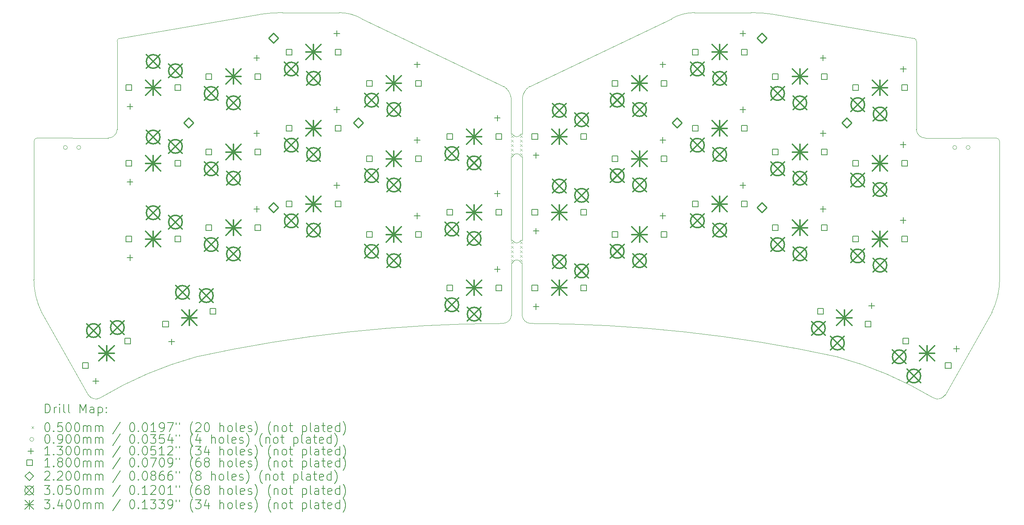
<source format=gbr>
%TF.GenerationSoftware,KiCad,Pcbnew,(6.0.7-1)-1*%
%TF.CreationDate,2022-10-21T08:25:27+02:00*%
%TF.ProjectId,sweepbling-lp__pcb,73776565-7062-46c6-996e-672d6c705f5f,rev?*%
%TF.SameCoordinates,Original*%
%TF.FileFunction,Drillmap*%
%TF.FilePolarity,Positive*%
%FSLAX45Y45*%
G04 Gerber Fmt 4.5, Leading zero omitted, Abs format (unit mm)*
G04 Created by KiCad (PCBNEW (6.0.7-1)-1) date 2022-10-21 08:25:27*
%MOMM*%
%LPD*%
G01*
G04 APERTURE LIST*
%ADD10C,0.050000*%
%ADD11C,0.200000*%
%ADD12C,0.090000*%
%ADD13C,0.130000*%
%ADD14C,0.180000*%
%ADD15C,0.220000*%
%ADD16C,0.305000*%
%ADD17C,0.340000*%
G04 APERTURE END LIST*
D10*
X13150850Y-7772400D02*
X13150625Y-8954702D01*
X21999800Y-4776400D02*
X21999805Y-2794000D01*
X22371400Y-10805000D02*
G75*
G03*
X22644600Y-10745127I107000J165000D01*
G01*
X21999800Y-4776400D02*
G75*
G03*
X22203300Y-4969492I200000J7000D01*
G01*
X23868800Y-5044200D02*
G75*
G03*
X23793800Y-4969200I-75000J0D01*
G01*
X13316761Y-3810000D02*
G75*
G03*
X13157200Y-4064000I211819J-310180D01*
G01*
X13150629Y-8954702D02*
G75*
G03*
X13354400Y-9138312I197801J14642D01*
G01*
X21999805Y-2794000D02*
G75*
G03*
X21956329Y-2725947I-75015J-10D01*
G01*
X22371400Y-10805000D02*
G75*
G03*
X20218513Y-9886395I-4431600J-7404000D01*
G01*
X22203300Y-4969492D02*
X23793800Y-4969200D01*
X20218513Y-9886395D02*
G75*
G03*
X13354400Y-9138312I-6921913J-31647485D01*
G01*
X23868800Y-5842000D02*
X23868800Y-6654800D01*
X23695330Y-8885815D02*
X22644600Y-10745127D01*
X23695333Y-8885816D02*
G75*
G03*
X23870000Y-8153400I-1502723J745406D01*
G01*
X18288000Y-2150268D02*
X17018000Y-2150814D01*
X23868800Y-5044200D02*
X23868800Y-5842000D01*
X23868800Y-6654800D02*
X23868800Y-7543800D01*
X23868800Y-7543800D02*
X23870000Y-8153400D01*
X13157200Y-5384800D02*
X13157200Y-7264400D01*
X12742992Y-3810000D02*
X9549753Y-2286000D01*
X2189753Y-8153400D02*
X2190953Y-7543800D01*
X18804018Y-2189786D02*
G75*
G03*
X18288000Y-2150268I-507618J-3239584D01*
G01*
X12934303Y-4876800D02*
X12902553Y-4876800D01*
X2190953Y-7543800D02*
X2190953Y-6654800D01*
X4103423Y-2725943D02*
G75*
G03*
X4059949Y-2794000I31517J-68047D01*
G01*
X3415149Y-10745129D02*
G75*
G03*
X3688353Y-10805000I166201J105129D01*
G01*
X13157200Y-4876800D02*
X13125450Y-4876800D01*
X12909128Y-8954702D02*
X12908903Y-7772400D01*
X21956329Y-2725947D02*
X18804018Y-2189786D01*
X12934303Y-7772400D02*
X12908903Y-7772400D01*
X9549752Y-2286001D02*
G75*
G03*
X9041753Y-2150814I-499182J-853739D01*
G01*
X2190953Y-5842000D02*
X2190953Y-5044200D01*
X3415153Y-10745126D02*
X2364423Y-8885815D01*
X4059949Y-2794000D02*
X4059953Y-4776400D01*
X12705353Y-9138312D02*
G75*
G03*
X5841240Y-9886395I57811J-32395693D01*
G01*
X13157200Y-4876800D02*
X13157200Y-4064000D01*
X17018000Y-2150814D02*
G75*
G03*
X16510000Y-2286000I-8820J-988926D01*
G01*
X12934950Y-7264400D02*
G75*
G03*
X13125450Y-7264400I95250J38100D01*
G01*
X2265953Y-4969200D02*
X3856453Y-4969492D01*
X13157200Y-5384800D02*
X13125450Y-5384800D01*
X16510000Y-2286000D02*
X13316761Y-3810000D01*
X12902553Y-7264400D02*
X12902553Y-5384800D01*
X13125450Y-7772400D02*
G75*
G03*
X12934950Y-7772400I-95250J-38100D01*
G01*
X12705353Y-9138309D02*
G75*
G03*
X12909128Y-8954702I5977J198249D01*
G01*
X12934303Y-5384800D02*
X12902553Y-5384800D01*
X12934303Y-7264400D02*
X12902553Y-7264400D01*
X7255735Y-2189786D02*
X4103424Y-2725947D01*
X2189752Y-8153400D02*
G75*
G03*
X2364423Y-8885815I1677438J13010D01*
G01*
X9041753Y-2150814D02*
X7771753Y-2150268D01*
X5841240Y-9886395D02*
G75*
G03*
X3688353Y-10805000I2278710J-8322605D01*
G01*
X2190953Y-6654800D02*
X2190953Y-5842000D01*
X2265953Y-4969203D02*
G75*
G03*
X2190953Y-5044200I-3J-74997D01*
G01*
X12902553Y-4064000D02*
X12902553Y-4876800D01*
X7771753Y-2150269D02*
G75*
G03*
X7255735Y-2189786I-8403J-3279112D01*
G01*
X13157200Y-7264400D02*
X13125450Y-7264400D01*
X12902551Y-4064000D02*
G75*
G03*
X12742992Y-3810000I-371382J-56180D01*
G01*
X12934950Y-4876800D02*
G75*
G03*
X13125450Y-4876800I95250J38100D01*
G01*
X13150850Y-7772400D02*
X13125450Y-7772400D01*
X13125450Y-5384800D02*
G75*
G03*
X12934950Y-5384800I-95250J-38100D01*
G01*
X3856453Y-4969495D02*
G75*
G03*
X4059953Y-4776400I3497J200095D01*
G01*
D11*
D10*
X12903600Y-4902600D02*
X12953600Y-4952600D01*
X12953600Y-4902600D02*
X12903600Y-4952600D01*
X12903600Y-5004200D02*
X12953600Y-5054200D01*
X12953600Y-5004200D02*
X12903600Y-5054200D01*
X12903600Y-5105800D02*
X12953600Y-5155800D01*
X12953600Y-5105800D02*
X12903600Y-5155800D01*
X12903600Y-5207400D02*
X12953600Y-5257400D01*
X12953600Y-5207400D02*
X12903600Y-5257400D01*
X12903600Y-5309000D02*
X12953600Y-5359000D01*
X12953600Y-5309000D02*
X12903600Y-5359000D01*
X12903600Y-7290200D02*
X12953600Y-7340200D01*
X12953600Y-7290200D02*
X12903600Y-7340200D01*
X12903600Y-7391800D02*
X12953600Y-7441800D01*
X12953600Y-7391800D02*
X12903600Y-7441800D01*
X12903600Y-7493400D02*
X12953600Y-7543400D01*
X12953600Y-7493400D02*
X12903600Y-7543400D01*
X12903600Y-7595000D02*
X12953600Y-7645000D01*
X12953600Y-7595000D02*
X12903600Y-7645000D01*
X12903600Y-7696600D02*
X12953600Y-7746600D01*
X12953600Y-7696600D02*
X12903600Y-7746600D01*
X13106800Y-4902600D02*
X13156800Y-4952600D01*
X13156800Y-4902600D02*
X13106800Y-4952600D01*
X13106800Y-5004200D02*
X13156800Y-5054200D01*
X13156800Y-5004200D02*
X13106800Y-5054200D01*
X13106800Y-5105800D02*
X13156800Y-5155800D01*
X13156800Y-5105800D02*
X13106800Y-5155800D01*
X13106800Y-5207400D02*
X13156800Y-5257400D01*
X13156800Y-5207400D02*
X13106800Y-5257400D01*
X13106800Y-5309000D02*
X13156800Y-5359000D01*
X13156800Y-5309000D02*
X13106800Y-5359000D01*
X13106800Y-7290200D02*
X13156800Y-7340200D01*
X13156800Y-7290200D02*
X13106800Y-7340200D01*
X13106800Y-7391800D02*
X13156800Y-7441800D01*
X13156800Y-7391800D02*
X13106800Y-7441800D01*
X13106800Y-7493400D02*
X13156800Y-7543400D01*
X13156800Y-7493400D02*
X13106800Y-7543400D01*
X13106800Y-7595000D02*
X13156800Y-7645000D01*
X13156800Y-7595000D02*
X13106800Y-7645000D01*
X13106800Y-7696600D02*
X13156800Y-7746600D01*
X13156800Y-7696600D02*
X13106800Y-7746600D01*
D12*
X2943000Y-5181600D02*
G75*
G03*
X2943000Y-5181600I-45000J0D01*
G01*
X3243000Y-5181600D02*
G75*
G03*
X3243000Y-5181600I-45000J0D01*
G01*
X22907400Y-5181600D02*
G75*
G03*
X22907400Y-5181600I-45000J0D01*
G01*
X23207400Y-5181600D02*
G75*
G03*
X23207400Y-5181600I-45000J0D01*
G01*
D13*
X3579735Y-10367931D02*
X3579735Y-10497931D01*
X3514735Y-10432931D02*
X3644735Y-10432931D01*
X4346600Y-4193200D02*
X4346600Y-4323200D01*
X4281600Y-4258200D02*
X4411600Y-4258200D01*
X4346600Y-5892200D02*
X4346600Y-6022200D01*
X4281600Y-5957200D02*
X4411600Y-5957200D01*
X4346600Y-7594000D02*
X4346600Y-7724000D01*
X4281600Y-7659000D02*
X4411600Y-7659000D01*
X5282291Y-9483992D02*
X5282291Y-9613992D01*
X5217291Y-9548992D02*
X5347291Y-9548992D01*
X7192000Y-3103200D02*
X7192000Y-3233200D01*
X7127000Y-3168200D02*
X7257000Y-3168200D01*
X7192000Y-4798200D02*
X7192000Y-4928200D01*
X7127000Y-4863200D02*
X7257000Y-4863200D01*
X7192000Y-6500000D02*
X7192000Y-6630000D01*
X7127000Y-6565000D02*
X7257000Y-6565000D01*
X8990800Y-2553200D02*
X8990800Y-2683200D01*
X8925800Y-2618200D02*
X9055800Y-2618200D01*
X8990800Y-4264800D02*
X8990800Y-4394800D01*
X8925800Y-4329800D02*
X9055800Y-4329800D01*
X8990800Y-5966600D02*
X8990800Y-6096600D01*
X8925800Y-6031600D02*
X9055800Y-6031600D01*
X10793400Y-3253200D02*
X10793400Y-3383200D01*
X10728400Y-3318200D02*
X10858400Y-3318200D01*
X10793400Y-4950600D02*
X10793400Y-5080600D01*
X10728400Y-5015600D02*
X10858400Y-5015600D01*
X10793400Y-6652400D02*
X10793400Y-6782400D01*
X10728400Y-6717400D02*
X10858400Y-6717400D01*
X12595200Y-4453200D02*
X12595200Y-4583200D01*
X12530200Y-4518200D02*
X12660200Y-4518200D01*
X12595200Y-6153200D02*
X12595200Y-6283200D01*
X12530200Y-6218200D02*
X12660200Y-6218200D01*
X12595200Y-7853200D02*
X12595200Y-7983200D01*
X12530200Y-7918200D02*
X12660200Y-7918200D01*
X13463600Y-5293200D02*
X13463600Y-5423200D01*
X13398600Y-5358200D02*
X13528600Y-5358200D01*
X13463600Y-6993200D02*
X13463600Y-7123200D01*
X13398600Y-7058200D02*
X13528600Y-7058200D01*
X13463600Y-8693200D02*
X13463600Y-8823200D01*
X13398600Y-8758200D02*
X13528600Y-8758200D01*
X16307600Y-3253200D02*
X16307600Y-3383200D01*
X16242600Y-3318200D02*
X16372600Y-3318200D01*
X16307600Y-4950600D02*
X16307600Y-5080600D01*
X16242600Y-5015600D02*
X16372600Y-5015600D01*
X16307600Y-6652400D02*
X16307600Y-6782400D01*
X16242600Y-6717400D02*
X16372600Y-6717400D01*
X18107600Y-2553200D02*
X18107600Y-2683200D01*
X18042600Y-2618200D02*
X18172600Y-2618200D01*
X18107600Y-4264800D02*
X18107600Y-4394800D01*
X18042600Y-4329800D02*
X18172600Y-4329800D01*
X18107600Y-5966600D02*
X18107600Y-6096600D01*
X18042600Y-6031600D02*
X18172600Y-6031600D01*
X19907600Y-3103200D02*
X19907600Y-3233200D01*
X19842600Y-3168200D02*
X19972600Y-3168200D01*
X19907600Y-4798200D02*
X19907600Y-4928200D01*
X19842600Y-4863200D02*
X19972600Y-4863200D01*
X19907600Y-6500000D02*
X19907600Y-6630000D01*
X19842600Y-6565000D02*
X19972600Y-6565000D01*
X20995517Y-8672615D02*
X20995517Y-8802615D01*
X20930517Y-8737615D02*
X21060517Y-8737615D01*
X21705600Y-5052200D02*
X21705600Y-5182200D01*
X21640600Y-5117200D02*
X21770600Y-5117200D01*
X21705600Y-6754000D02*
X21705600Y-6884000D01*
X21640600Y-6819000D02*
X21770600Y-6819000D01*
X21707600Y-3353200D02*
X21707600Y-3483200D01*
X21642600Y-3418200D02*
X21772600Y-3418200D01*
X22900665Y-9640469D02*
X22900665Y-9770469D01*
X22835665Y-9705469D02*
X22965665Y-9705469D01*
D14*
X3409126Y-10146840D02*
X3409126Y-10019560D01*
X3281846Y-10019560D01*
X3281846Y-10146840D01*
X3409126Y-10146840D01*
X4361754Y-9596840D02*
X4361754Y-9469560D01*
X4234474Y-9469560D01*
X4234474Y-9596840D01*
X4361754Y-9596840D01*
X4382240Y-3901840D02*
X4382240Y-3774560D01*
X4254960Y-3774560D01*
X4254960Y-3901840D01*
X4382240Y-3901840D01*
X4382240Y-5600840D02*
X4382240Y-5473560D01*
X4254960Y-5473560D01*
X4254960Y-5600840D01*
X4382240Y-5600840D01*
X4382240Y-7302640D02*
X4382240Y-7175360D01*
X4254960Y-7175360D01*
X4254960Y-7302640D01*
X4382240Y-7302640D01*
X5210181Y-9214191D02*
X5210181Y-9086910D01*
X5082901Y-9086910D01*
X5082901Y-9214191D01*
X5210181Y-9214191D01*
X5482240Y-3901840D02*
X5482240Y-3774560D01*
X5354960Y-3774560D01*
X5354960Y-3901840D01*
X5482240Y-3901840D01*
X5482240Y-5600840D02*
X5482240Y-5473560D01*
X5354960Y-5473560D01*
X5354960Y-5600840D01*
X5482240Y-5600840D01*
X5482240Y-7302640D02*
X5482240Y-7175360D01*
X5354960Y-7175360D01*
X5354960Y-7302640D01*
X5482240Y-7302640D01*
X6183640Y-3651840D02*
X6183640Y-3524560D01*
X6056360Y-3524560D01*
X6056360Y-3651840D01*
X6183640Y-3651840D01*
X6183640Y-5346840D02*
X6183640Y-5219560D01*
X6056360Y-5219560D01*
X6056360Y-5346840D01*
X6183640Y-5346840D01*
X6183640Y-7048640D02*
X6183640Y-6921360D01*
X6056360Y-6921360D01*
X6056360Y-7048640D01*
X6183640Y-7048640D01*
X6272699Y-8929490D02*
X6272699Y-8802209D01*
X6145419Y-8802209D01*
X6145419Y-8929490D01*
X6272699Y-8929490D01*
X7283640Y-3651840D02*
X7283640Y-3524560D01*
X7156360Y-3524560D01*
X7156360Y-3651840D01*
X7283640Y-3651840D01*
X7283640Y-5346840D02*
X7283640Y-5219560D01*
X7156360Y-5219560D01*
X7156360Y-5346840D01*
X7283640Y-5346840D01*
X7283640Y-7048640D02*
X7283640Y-6921360D01*
X7156360Y-6921360D01*
X7156360Y-7048640D01*
X7283640Y-7048640D01*
X7982440Y-3101840D02*
X7982440Y-2974560D01*
X7855160Y-2974560D01*
X7855160Y-3101840D01*
X7982440Y-3101840D01*
X7982440Y-4813440D02*
X7982440Y-4686160D01*
X7855160Y-4686160D01*
X7855160Y-4813440D01*
X7982440Y-4813440D01*
X7982440Y-6515240D02*
X7982440Y-6387960D01*
X7855160Y-6387960D01*
X7855160Y-6515240D01*
X7982440Y-6515240D01*
X9082440Y-3101840D02*
X9082440Y-2974560D01*
X8955160Y-2974560D01*
X8955160Y-3101840D01*
X9082440Y-3101840D01*
X9082440Y-4813440D02*
X9082440Y-4686160D01*
X8955160Y-4686160D01*
X8955160Y-4813440D01*
X9082440Y-4813440D01*
X9082440Y-6515240D02*
X9082440Y-6387960D01*
X8955160Y-6387960D01*
X8955160Y-6515240D01*
X9082440Y-6515240D01*
X9785040Y-3801840D02*
X9785040Y-3674560D01*
X9657760Y-3674560D01*
X9657760Y-3801840D01*
X9785040Y-3801840D01*
X9785040Y-5499240D02*
X9785040Y-5371960D01*
X9657760Y-5371960D01*
X9657760Y-5499240D01*
X9785040Y-5499240D01*
X9785040Y-7201040D02*
X9785040Y-7073760D01*
X9657760Y-7073760D01*
X9657760Y-7201040D01*
X9785040Y-7201040D01*
X10885040Y-3801840D02*
X10885040Y-3674560D01*
X10757760Y-3674560D01*
X10757760Y-3801840D01*
X10885040Y-3801840D01*
X10885040Y-5499240D02*
X10885040Y-5371960D01*
X10757760Y-5371960D01*
X10757760Y-5499240D01*
X10885040Y-5499240D01*
X10885040Y-7201040D02*
X10885040Y-7073760D01*
X10757760Y-7073760D01*
X10757760Y-7201040D01*
X10885040Y-7201040D01*
X11586840Y-5001840D02*
X11586840Y-4874560D01*
X11459560Y-4874560D01*
X11459560Y-5001840D01*
X11586840Y-5001840D01*
X11586840Y-6701840D02*
X11586840Y-6574560D01*
X11459560Y-6574560D01*
X11459560Y-6701840D01*
X11586840Y-6701840D01*
X11586840Y-8401840D02*
X11586840Y-8274560D01*
X11459560Y-8274560D01*
X11459560Y-8401840D01*
X11586840Y-8401840D01*
X12686840Y-5001840D02*
X12686840Y-4874560D01*
X12559560Y-4874560D01*
X12559560Y-5001840D01*
X12686840Y-5001840D01*
X12686840Y-6701840D02*
X12686840Y-6574560D01*
X12559560Y-6574560D01*
X12559560Y-6701840D01*
X12686840Y-6701840D01*
X12686840Y-8401840D02*
X12686840Y-8274560D01*
X12559560Y-8274560D01*
X12559560Y-8401840D01*
X12686840Y-8401840D01*
X13499240Y-5001840D02*
X13499240Y-4874560D01*
X13371960Y-4874560D01*
X13371960Y-5001840D01*
X13499240Y-5001840D01*
X13499240Y-6701840D02*
X13499240Y-6574560D01*
X13371960Y-6574560D01*
X13371960Y-6701840D01*
X13499240Y-6701840D01*
X13499240Y-8401840D02*
X13499240Y-8274560D01*
X13371960Y-8274560D01*
X13371960Y-8401840D01*
X13499240Y-8401840D01*
X14599240Y-5001840D02*
X14599240Y-4874560D01*
X14471960Y-4874560D01*
X14471960Y-5001840D01*
X14599240Y-5001840D01*
X14599240Y-6701840D02*
X14599240Y-6574560D01*
X14471960Y-6574560D01*
X14471960Y-6701840D01*
X14599240Y-6701840D01*
X14599240Y-8401840D02*
X14599240Y-8274560D01*
X14471960Y-8274560D01*
X14471960Y-8401840D01*
X14599240Y-8401840D01*
X15299240Y-3801840D02*
X15299240Y-3674560D01*
X15171960Y-3674560D01*
X15171960Y-3801840D01*
X15299240Y-3801840D01*
X15299240Y-5499240D02*
X15299240Y-5371960D01*
X15171960Y-5371960D01*
X15171960Y-5499240D01*
X15299240Y-5499240D01*
X15299240Y-7201040D02*
X15299240Y-7073760D01*
X15171960Y-7073760D01*
X15171960Y-7201040D01*
X15299240Y-7201040D01*
X16399240Y-3801840D02*
X16399240Y-3674560D01*
X16271960Y-3674560D01*
X16271960Y-3801840D01*
X16399240Y-3801840D01*
X16399240Y-5499240D02*
X16399240Y-5371960D01*
X16271960Y-5371960D01*
X16271960Y-5499240D01*
X16399240Y-5499240D01*
X16399240Y-7201040D02*
X16399240Y-7073760D01*
X16271960Y-7073760D01*
X16271960Y-7201040D01*
X16399240Y-7201040D01*
X17099240Y-3101840D02*
X17099240Y-2974560D01*
X16971960Y-2974560D01*
X16971960Y-3101840D01*
X17099240Y-3101840D01*
X17099240Y-4813440D02*
X17099240Y-4686160D01*
X16971960Y-4686160D01*
X16971960Y-4813440D01*
X17099240Y-4813440D01*
X17099240Y-6515240D02*
X17099240Y-6387960D01*
X16971960Y-6387960D01*
X16971960Y-6515240D01*
X17099240Y-6515240D01*
X18199240Y-3101840D02*
X18199240Y-2974560D01*
X18071960Y-2974560D01*
X18071960Y-3101840D01*
X18199240Y-3101840D01*
X18199240Y-4813440D02*
X18199240Y-4686160D01*
X18071960Y-4686160D01*
X18071960Y-4813440D01*
X18199240Y-4813440D01*
X18199240Y-6515240D02*
X18199240Y-6387960D01*
X18071960Y-6387960D01*
X18071960Y-6515240D01*
X18199240Y-6515240D01*
X18899240Y-3651840D02*
X18899240Y-3524560D01*
X18771960Y-3524560D01*
X18771960Y-3651840D01*
X18899240Y-3651840D01*
X18899240Y-5346840D02*
X18899240Y-5219560D01*
X18771960Y-5219560D01*
X18771960Y-5346840D01*
X18899240Y-5346840D01*
X18899240Y-7048640D02*
X18899240Y-6921360D01*
X18771960Y-6921360D01*
X18771960Y-7048640D01*
X18899240Y-7048640D01*
X19914981Y-8929490D02*
X19914981Y-8802209D01*
X19787701Y-8802209D01*
X19787701Y-8929490D01*
X19914981Y-8929490D01*
X19999240Y-3651840D02*
X19999240Y-3524560D01*
X19871960Y-3524560D01*
X19871960Y-3651840D01*
X19999240Y-3651840D01*
X19999240Y-5346840D02*
X19999240Y-5219560D01*
X19871960Y-5219560D01*
X19871960Y-5346840D01*
X19999240Y-5346840D01*
X19999240Y-7048640D02*
X19999240Y-6921360D01*
X19871960Y-6921360D01*
X19871960Y-7048640D01*
X19999240Y-7048640D01*
X20697240Y-5600840D02*
X20697240Y-5473560D01*
X20569960Y-5473560D01*
X20569960Y-5600840D01*
X20697240Y-5600840D01*
X20697240Y-7302640D02*
X20697240Y-7175360D01*
X20569960Y-7175360D01*
X20569960Y-7302640D01*
X20697240Y-7302640D01*
X20699240Y-3901840D02*
X20699240Y-3774560D01*
X20571960Y-3774560D01*
X20571960Y-3901840D01*
X20699240Y-3901840D01*
X20977499Y-9214191D02*
X20977499Y-9086910D01*
X20850219Y-9086910D01*
X20850219Y-9214191D01*
X20977499Y-9214191D01*
X21797240Y-5600840D02*
X21797240Y-5473560D01*
X21669960Y-5473560D01*
X21669960Y-5600840D01*
X21797240Y-5600840D01*
X21797240Y-7302640D02*
X21797240Y-7175360D01*
X21669960Y-7175360D01*
X21669960Y-7302640D01*
X21797240Y-7302640D01*
X21799240Y-3901840D02*
X21799240Y-3774560D01*
X21671960Y-3774560D01*
X21671960Y-3901840D01*
X21799240Y-3901840D01*
X21825926Y-9596840D02*
X21825926Y-9469560D01*
X21698646Y-9469560D01*
X21698646Y-9596840D01*
X21825926Y-9596840D01*
X22778554Y-10146840D02*
X22778554Y-10019560D01*
X22651274Y-10019560D01*
X22651274Y-10146840D01*
X22778554Y-10146840D01*
D15*
X5664200Y-4738200D02*
X5774200Y-4628200D01*
X5664200Y-4518200D01*
X5554200Y-4628200D01*
X5664200Y-4738200D01*
X7569200Y-2833200D02*
X7679200Y-2723200D01*
X7569200Y-2613200D01*
X7459200Y-2723200D01*
X7569200Y-2833200D01*
X7569200Y-6643200D02*
X7679200Y-6533200D01*
X7569200Y-6423200D01*
X7459200Y-6533200D01*
X7569200Y-6643200D01*
X9474200Y-4738200D02*
X9584200Y-4628200D01*
X9474200Y-4518200D01*
X9364200Y-4628200D01*
X9474200Y-4738200D01*
X16630600Y-4738200D02*
X16740600Y-4628200D01*
X16630600Y-4518200D01*
X16520600Y-4628200D01*
X16630600Y-4738200D01*
X18535600Y-2833200D02*
X18645600Y-2723200D01*
X18535600Y-2613200D01*
X18425600Y-2723200D01*
X18535600Y-2833200D01*
X18535600Y-6643200D02*
X18645600Y-6533200D01*
X18535600Y-6423200D01*
X18425600Y-6533200D01*
X18535600Y-6643200D01*
X20440600Y-4738200D02*
X20550600Y-4628200D01*
X20440600Y-4518200D01*
X20330600Y-4628200D01*
X20440600Y-4738200D01*
D16*
X3374300Y-9144745D02*
X3679300Y-9449745D01*
X3679300Y-9144745D02*
X3374300Y-9449745D01*
X3679300Y-9297245D02*
G75*
G03*
X3679300Y-9297245I-152500J0D01*
G01*
X3912313Y-9076610D02*
X4217313Y-9381610D01*
X4217313Y-9076610D02*
X3912313Y-9381610D01*
X4217313Y-9229110D02*
G75*
G03*
X4217313Y-9229110I-152500J0D01*
G01*
X4716100Y-3095700D02*
X5021100Y-3400700D01*
X5021100Y-3095700D02*
X4716100Y-3400700D01*
X5021100Y-3248200D02*
G75*
G03*
X5021100Y-3248200I-152500J0D01*
G01*
X4716100Y-4794700D02*
X5021100Y-5099700D01*
X5021100Y-4794700D02*
X4716100Y-5099700D01*
X5021100Y-4947200D02*
G75*
G03*
X5021100Y-4947200I-152500J0D01*
G01*
X4716100Y-6496500D02*
X5021100Y-6801500D01*
X5021100Y-6496500D02*
X4716100Y-6801500D01*
X5021100Y-6649000D02*
G75*
G03*
X5021100Y-6649000I-152500J0D01*
G01*
X5216100Y-3305700D02*
X5521100Y-3610700D01*
X5521100Y-3305700D02*
X5216100Y-3610700D01*
X5521100Y-3458200D02*
G75*
G03*
X5521100Y-3458200I-152500J0D01*
G01*
X5216100Y-5004700D02*
X5521100Y-5309700D01*
X5521100Y-5004700D02*
X5216100Y-5309700D01*
X5521100Y-5157200D02*
G75*
G03*
X5521100Y-5157200I-152500J0D01*
G01*
X5216100Y-6706500D02*
X5521100Y-7011500D01*
X5521100Y-6706500D02*
X5216100Y-7011500D01*
X5521100Y-6859000D02*
G75*
G03*
X5521100Y-6859000I-152500J0D01*
G01*
X5372597Y-8285804D02*
X5677597Y-8590804D01*
X5677597Y-8285804D02*
X5372597Y-8590804D01*
X5677597Y-8438304D02*
G75*
G03*
X5677597Y-8438304I-152500J0D01*
G01*
X5909912Y-8359239D02*
X6214912Y-8664239D01*
X6214912Y-8359239D02*
X5909912Y-8664239D01*
X6214912Y-8511739D02*
G75*
G03*
X6214912Y-8511739I-152500J0D01*
G01*
X6017500Y-3815700D02*
X6322500Y-4120700D01*
X6322500Y-3815700D02*
X6017500Y-4120700D01*
X6322500Y-3968200D02*
G75*
G03*
X6322500Y-3968200I-152500J0D01*
G01*
X6017500Y-5510700D02*
X6322500Y-5815700D01*
X6322500Y-5510700D02*
X6017500Y-5815700D01*
X6322500Y-5663200D02*
G75*
G03*
X6322500Y-5663200I-152500J0D01*
G01*
X6017500Y-7212500D02*
X6322500Y-7517500D01*
X6322500Y-7212500D02*
X6017500Y-7517500D01*
X6322500Y-7365000D02*
G75*
G03*
X6322500Y-7365000I-152500J0D01*
G01*
X6517500Y-4025700D02*
X6822500Y-4330700D01*
X6822500Y-4025700D02*
X6517500Y-4330700D01*
X6822500Y-4178200D02*
G75*
G03*
X6822500Y-4178200I-152500J0D01*
G01*
X6517500Y-5720700D02*
X6822500Y-6025700D01*
X6822500Y-5720700D02*
X6517500Y-6025700D01*
X6822500Y-5873200D02*
G75*
G03*
X6822500Y-5873200I-152500J0D01*
G01*
X6517500Y-7422500D02*
X6822500Y-7727500D01*
X6822500Y-7422500D02*
X6517500Y-7727500D01*
X6822500Y-7575000D02*
G75*
G03*
X6822500Y-7575000I-152500J0D01*
G01*
X7816300Y-3265700D02*
X8121300Y-3570700D01*
X8121300Y-3265700D02*
X7816300Y-3570700D01*
X8121300Y-3418200D02*
G75*
G03*
X8121300Y-3418200I-152500J0D01*
G01*
X7816300Y-4977300D02*
X8121300Y-5282300D01*
X8121300Y-4977300D02*
X7816300Y-5282300D01*
X8121300Y-5129800D02*
G75*
G03*
X8121300Y-5129800I-152500J0D01*
G01*
X7816300Y-6679100D02*
X8121300Y-6984100D01*
X8121300Y-6679100D02*
X7816300Y-6984100D01*
X8121300Y-6831600D02*
G75*
G03*
X8121300Y-6831600I-152500J0D01*
G01*
X8316300Y-3475700D02*
X8621300Y-3780700D01*
X8621300Y-3475700D02*
X8316300Y-3780700D01*
X8621300Y-3628200D02*
G75*
G03*
X8621300Y-3628200I-152500J0D01*
G01*
X8316300Y-5187300D02*
X8621300Y-5492300D01*
X8621300Y-5187300D02*
X8316300Y-5492300D01*
X8621300Y-5339800D02*
G75*
G03*
X8621300Y-5339800I-152500J0D01*
G01*
X8316300Y-6889100D02*
X8621300Y-7194100D01*
X8621300Y-6889100D02*
X8316300Y-7194100D01*
X8621300Y-7041600D02*
G75*
G03*
X8621300Y-7041600I-152500J0D01*
G01*
X9618900Y-3965700D02*
X9923900Y-4270700D01*
X9923900Y-3965700D02*
X9618900Y-4270700D01*
X9923900Y-4118200D02*
G75*
G03*
X9923900Y-4118200I-152500J0D01*
G01*
X9618900Y-5663100D02*
X9923900Y-5968100D01*
X9923900Y-5663100D02*
X9618900Y-5968100D01*
X9923900Y-5815600D02*
G75*
G03*
X9923900Y-5815600I-152500J0D01*
G01*
X9618900Y-7364900D02*
X9923900Y-7669900D01*
X9923900Y-7364900D02*
X9618900Y-7669900D01*
X9923900Y-7517400D02*
G75*
G03*
X9923900Y-7517400I-152500J0D01*
G01*
X10118900Y-4175700D02*
X10423900Y-4480700D01*
X10423900Y-4175700D02*
X10118900Y-4480700D01*
X10423900Y-4328200D02*
G75*
G03*
X10423900Y-4328200I-152500J0D01*
G01*
X10118900Y-5873100D02*
X10423900Y-6178100D01*
X10423900Y-5873100D02*
X10118900Y-6178100D01*
X10423900Y-6025600D02*
G75*
G03*
X10423900Y-6025600I-152500J0D01*
G01*
X10118900Y-7574900D02*
X10423900Y-7879900D01*
X10423900Y-7574900D02*
X10118900Y-7879900D01*
X10423900Y-7727400D02*
G75*
G03*
X10423900Y-7727400I-152500J0D01*
G01*
X11420700Y-5165700D02*
X11725700Y-5470700D01*
X11725700Y-5165700D02*
X11420700Y-5470700D01*
X11725700Y-5318200D02*
G75*
G03*
X11725700Y-5318200I-152500J0D01*
G01*
X11420700Y-6865700D02*
X11725700Y-7170700D01*
X11725700Y-6865700D02*
X11420700Y-7170700D01*
X11725700Y-7018200D02*
G75*
G03*
X11725700Y-7018200I-152500J0D01*
G01*
X11420700Y-8565700D02*
X11725700Y-8870700D01*
X11725700Y-8565700D02*
X11420700Y-8870700D01*
X11725700Y-8718200D02*
G75*
G03*
X11725700Y-8718200I-152500J0D01*
G01*
X11920700Y-5375700D02*
X12225700Y-5680700D01*
X12225700Y-5375700D02*
X11920700Y-5680700D01*
X12225700Y-5528200D02*
G75*
G03*
X12225700Y-5528200I-152500J0D01*
G01*
X11920700Y-7075700D02*
X12225700Y-7380700D01*
X12225700Y-7075700D02*
X11920700Y-7380700D01*
X12225700Y-7228200D02*
G75*
G03*
X12225700Y-7228200I-152500J0D01*
G01*
X11920700Y-8775700D02*
X12225700Y-9080700D01*
X12225700Y-8775700D02*
X11920700Y-9080700D01*
X12225700Y-8928200D02*
G75*
G03*
X12225700Y-8928200I-152500J0D01*
G01*
X13833100Y-4195700D02*
X14138100Y-4500700D01*
X14138100Y-4195700D02*
X13833100Y-4500700D01*
X14138100Y-4348200D02*
G75*
G03*
X14138100Y-4348200I-152500J0D01*
G01*
X13833100Y-5895700D02*
X14138100Y-6200700D01*
X14138100Y-5895700D02*
X13833100Y-6200700D01*
X14138100Y-6048200D02*
G75*
G03*
X14138100Y-6048200I-152500J0D01*
G01*
X13833100Y-7595700D02*
X14138100Y-7900700D01*
X14138100Y-7595700D02*
X13833100Y-7900700D01*
X14138100Y-7748200D02*
G75*
G03*
X14138100Y-7748200I-152500J0D01*
G01*
X14333100Y-4405700D02*
X14638100Y-4710700D01*
X14638100Y-4405700D02*
X14333100Y-4710700D01*
X14638100Y-4558200D02*
G75*
G03*
X14638100Y-4558200I-152500J0D01*
G01*
X14333100Y-6105700D02*
X14638100Y-6410700D01*
X14638100Y-6105700D02*
X14333100Y-6410700D01*
X14638100Y-6258200D02*
G75*
G03*
X14638100Y-6258200I-152500J0D01*
G01*
X14333100Y-7805700D02*
X14638100Y-8110700D01*
X14638100Y-7805700D02*
X14333100Y-8110700D01*
X14638100Y-7958200D02*
G75*
G03*
X14638100Y-7958200I-152500J0D01*
G01*
X15133100Y-3965700D02*
X15438100Y-4270700D01*
X15438100Y-3965700D02*
X15133100Y-4270700D01*
X15438100Y-4118200D02*
G75*
G03*
X15438100Y-4118200I-152500J0D01*
G01*
X15133100Y-5663100D02*
X15438100Y-5968100D01*
X15438100Y-5663100D02*
X15133100Y-5968100D01*
X15438100Y-5815600D02*
G75*
G03*
X15438100Y-5815600I-152500J0D01*
G01*
X15133100Y-7364900D02*
X15438100Y-7669900D01*
X15438100Y-7364900D02*
X15133100Y-7669900D01*
X15438100Y-7517400D02*
G75*
G03*
X15438100Y-7517400I-152500J0D01*
G01*
X15633100Y-4175700D02*
X15938100Y-4480700D01*
X15938100Y-4175700D02*
X15633100Y-4480700D01*
X15938100Y-4328200D02*
G75*
G03*
X15938100Y-4328200I-152500J0D01*
G01*
X15633100Y-5873100D02*
X15938100Y-6178100D01*
X15938100Y-5873100D02*
X15633100Y-6178100D01*
X15938100Y-6025600D02*
G75*
G03*
X15938100Y-6025600I-152500J0D01*
G01*
X15633100Y-7574900D02*
X15938100Y-7879900D01*
X15938100Y-7574900D02*
X15633100Y-7879900D01*
X15938100Y-7727400D02*
G75*
G03*
X15938100Y-7727400I-152500J0D01*
G01*
X16933100Y-3265700D02*
X17238100Y-3570700D01*
X17238100Y-3265700D02*
X16933100Y-3570700D01*
X17238100Y-3418200D02*
G75*
G03*
X17238100Y-3418200I-152500J0D01*
G01*
X16933100Y-4977300D02*
X17238100Y-5282300D01*
X17238100Y-4977300D02*
X16933100Y-5282300D01*
X17238100Y-5129800D02*
G75*
G03*
X17238100Y-5129800I-152500J0D01*
G01*
X16933100Y-6679100D02*
X17238100Y-6984100D01*
X17238100Y-6679100D02*
X16933100Y-6984100D01*
X17238100Y-6831600D02*
G75*
G03*
X17238100Y-6831600I-152500J0D01*
G01*
X17433100Y-3475700D02*
X17738100Y-3780700D01*
X17738100Y-3475700D02*
X17433100Y-3780700D01*
X17738100Y-3628200D02*
G75*
G03*
X17738100Y-3628200I-152500J0D01*
G01*
X17433100Y-5187300D02*
X17738100Y-5492300D01*
X17738100Y-5187300D02*
X17433100Y-5492300D01*
X17738100Y-5339800D02*
G75*
G03*
X17738100Y-5339800I-152500J0D01*
G01*
X17433100Y-6889100D02*
X17738100Y-7194100D01*
X17738100Y-6889100D02*
X17433100Y-7194100D01*
X17738100Y-7041600D02*
G75*
G03*
X17738100Y-7041600I-152500J0D01*
G01*
X18733100Y-3815700D02*
X19038100Y-4120700D01*
X19038100Y-3815700D02*
X18733100Y-4120700D01*
X19038100Y-3968200D02*
G75*
G03*
X19038100Y-3968200I-152500J0D01*
G01*
X18733100Y-5510700D02*
X19038100Y-5815700D01*
X19038100Y-5510700D02*
X18733100Y-5815700D01*
X19038100Y-5663200D02*
G75*
G03*
X19038100Y-5663200I-152500J0D01*
G01*
X18733100Y-7212500D02*
X19038100Y-7517500D01*
X19038100Y-7212500D02*
X18733100Y-7517500D01*
X19038100Y-7365000D02*
G75*
G03*
X19038100Y-7365000I-152500J0D01*
G01*
X19233100Y-4025700D02*
X19538100Y-4330700D01*
X19538100Y-4025700D02*
X19233100Y-4330700D01*
X19538100Y-4178200D02*
G75*
G03*
X19538100Y-4178200I-152500J0D01*
G01*
X19233100Y-5720700D02*
X19538100Y-6025700D01*
X19538100Y-5720700D02*
X19233100Y-6025700D01*
X19538100Y-5873200D02*
G75*
G03*
X19538100Y-5873200I-152500J0D01*
G01*
X19233100Y-7422500D02*
X19538100Y-7727500D01*
X19538100Y-7422500D02*
X19233100Y-7727500D01*
X19538100Y-7575000D02*
G75*
G03*
X19538100Y-7575000I-152500J0D01*
G01*
X19648786Y-9093342D02*
X19953786Y-9398342D01*
X19953786Y-9093342D02*
X19648786Y-9398342D01*
X19953786Y-9245842D02*
G75*
G03*
X19953786Y-9245842I-152500J0D01*
G01*
X20077397Y-9425596D02*
X20382397Y-9730596D01*
X20382397Y-9425596D02*
X20077397Y-9730596D01*
X20382397Y-9578096D02*
G75*
G03*
X20382397Y-9578096I-152500J0D01*
G01*
X20531100Y-5764700D02*
X20836100Y-6069700D01*
X20836100Y-5764700D02*
X20531100Y-6069700D01*
X20836100Y-5917200D02*
G75*
G03*
X20836100Y-5917200I-152500J0D01*
G01*
X20531100Y-7466500D02*
X20836100Y-7771500D01*
X20836100Y-7466500D02*
X20531100Y-7771500D01*
X20836100Y-7619000D02*
G75*
G03*
X20836100Y-7619000I-152500J0D01*
G01*
X20533100Y-4065700D02*
X20838100Y-4370700D01*
X20838100Y-4065700D02*
X20533100Y-4370700D01*
X20838100Y-4218200D02*
G75*
G03*
X20838100Y-4218200I-152500J0D01*
G01*
X21031100Y-5974700D02*
X21336100Y-6279700D01*
X21336100Y-5974700D02*
X21031100Y-6279700D01*
X21336100Y-6127200D02*
G75*
G03*
X21336100Y-6127200I-152500J0D01*
G01*
X21031100Y-7676500D02*
X21336100Y-7981500D01*
X21336100Y-7676500D02*
X21031100Y-7981500D01*
X21336100Y-7829000D02*
G75*
G03*
X21336100Y-7829000I-152500J0D01*
G01*
X21033100Y-4275700D02*
X21338100Y-4580700D01*
X21338100Y-4275700D02*
X21033100Y-4580700D01*
X21338100Y-4428200D02*
G75*
G03*
X21338100Y-4428200I-152500J0D01*
G01*
X21463087Y-9734790D02*
X21768087Y-10039790D01*
X21768087Y-9734790D02*
X21463087Y-10039790D01*
X21768087Y-9887290D02*
G75*
G03*
X21768087Y-9887290I-152500J0D01*
G01*
X21791100Y-10166655D02*
X22096100Y-10471655D01*
X22096100Y-10166655D02*
X21791100Y-10471655D01*
X22096100Y-10319155D02*
G75*
G03*
X22096100Y-10319155I-152500J0D01*
G01*
D17*
X3651800Y-9638200D02*
X3991800Y-9978200D01*
X3991800Y-9638200D02*
X3651800Y-9978200D01*
X3821800Y-9638200D02*
X3821800Y-9978200D01*
X3651800Y-9808200D02*
X3991800Y-9808200D01*
X4698600Y-3668200D02*
X5038600Y-4008200D01*
X5038600Y-3668200D02*
X4698600Y-4008200D01*
X4868600Y-3668200D02*
X4868600Y-4008200D01*
X4698600Y-3838200D02*
X5038600Y-3838200D01*
X4698600Y-5367200D02*
X5038600Y-5707200D01*
X5038600Y-5367200D02*
X4698600Y-5707200D01*
X4868600Y-5367200D02*
X4868600Y-5707200D01*
X4698600Y-5537200D02*
X5038600Y-5537200D01*
X4698600Y-7069000D02*
X5038600Y-7409000D01*
X5038600Y-7069000D02*
X4698600Y-7409000D01*
X4868600Y-7069000D02*
X4868600Y-7409000D01*
X4698600Y-7239000D02*
X5038600Y-7239000D01*
X5507800Y-8838200D02*
X5847800Y-9178200D01*
X5847800Y-8838200D02*
X5507800Y-9178200D01*
X5677800Y-8838200D02*
X5677800Y-9178200D01*
X5507800Y-9008200D02*
X5847800Y-9008200D01*
X6500000Y-3418200D02*
X6840000Y-3758200D01*
X6840000Y-3418200D02*
X6500000Y-3758200D01*
X6670000Y-3418200D02*
X6670000Y-3758200D01*
X6500000Y-3588200D02*
X6840000Y-3588200D01*
X6500000Y-5113200D02*
X6840000Y-5453200D01*
X6840000Y-5113200D02*
X6500000Y-5453200D01*
X6670000Y-5113200D02*
X6670000Y-5453200D01*
X6500000Y-5283200D02*
X6840000Y-5283200D01*
X6500000Y-6815000D02*
X6840000Y-7155000D01*
X6840000Y-6815000D02*
X6500000Y-7155000D01*
X6670000Y-6815000D02*
X6670000Y-7155000D01*
X6500000Y-6985000D02*
X6840000Y-6985000D01*
X8298800Y-2868200D02*
X8638800Y-3208200D01*
X8638800Y-2868200D02*
X8298800Y-3208200D01*
X8468800Y-2868200D02*
X8468800Y-3208200D01*
X8298800Y-3038200D02*
X8638800Y-3038200D01*
X8298800Y-4579800D02*
X8638800Y-4919800D01*
X8638800Y-4579800D02*
X8298800Y-4919800D01*
X8468800Y-4579800D02*
X8468800Y-4919800D01*
X8298800Y-4749800D02*
X8638800Y-4749800D01*
X8298800Y-6281600D02*
X8638800Y-6621600D01*
X8638800Y-6281600D02*
X8298800Y-6621600D01*
X8468800Y-6281600D02*
X8468800Y-6621600D01*
X8298800Y-6451600D02*
X8638800Y-6451600D01*
X10101400Y-3568200D02*
X10441400Y-3908200D01*
X10441400Y-3568200D02*
X10101400Y-3908200D01*
X10271400Y-3568200D02*
X10271400Y-3908200D01*
X10101400Y-3738200D02*
X10441400Y-3738200D01*
X10101400Y-5265600D02*
X10441400Y-5605600D01*
X10441400Y-5265600D02*
X10101400Y-5605600D01*
X10271400Y-5265600D02*
X10271400Y-5605600D01*
X10101400Y-5435600D02*
X10441400Y-5435600D01*
X10101400Y-6967400D02*
X10441400Y-7307400D01*
X10441400Y-6967400D02*
X10101400Y-7307400D01*
X10271400Y-6967400D02*
X10271400Y-7307400D01*
X10101400Y-7137400D02*
X10441400Y-7137400D01*
X11903200Y-4768200D02*
X12243200Y-5108200D01*
X12243200Y-4768200D02*
X11903200Y-5108200D01*
X12073200Y-4768200D02*
X12073200Y-5108200D01*
X11903200Y-4938200D02*
X12243200Y-4938200D01*
X11903200Y-6468200D02*
X12243200Y-6808200D01*
X12243200Y-6468200D02*
X11903200Y-6808200D01*
X12073200Y-6468200D02*
X12073200Y-6808200D01*
X11903200Y-6638200D02*
X12243200Y-6638200D01*
X11903200Y-8168200D02*
X12243200Y-8508200D01*
X12243200Y-8168200D02*
X11903200Y-8508200D01*
X12073200Y-8168200D02*
X12073200Y-8508200D01*
X11903200Y-8338200D02*
X12243200Y-8338200D01*
X13815600Y-4768200D02*
X14155600Y-5108200D01*
X14155600Y-4768200D02*
X13815600Y-5108200D01*
X13985600Y-4768200D02*
X13985600Y-5108200D01*
X13815600Y-4938200D02*
X14155600Y-4938200D01*
X13815600Y-6468200D02*
X14155600Y-6808200D01*
X14155600Y-6468200D02*
X13815600Y-6808200D01*
X13985600Y-6468200D02*
X13985600Y-6808200D01*
X13815600Y-6638200D02*
X14155600Y-6638200D01*
X13815600Y-8168200D02*
X14155600Y-8508200D01*
X14155600Y-8168200D02*
X13815600Y-8508200D01*
X13985600Y-8168200D02*
X13985600Y-8508200D01*
X13815600Y-8338200D02*
X14155600Y-8338200D01*
X15615600Y-3568200D02*
X15955600Y-3908200D01*
X15955600Y-3568200D02*
X15615600Y-3908200D01*
X15785600Y-3568200D02*
X15785600Y-3908200D01*
X15615600Y-3738200D02*
X15955600Y-3738200D01*
X15615600Y-5265600D02*
X15955600Y-5605600D01*
X15955600Y-5265600D02*
X15615600Y-5605600D01*
X15785600Y-5265600D02*
X15785600Y-5605600D01*
X15615600Y-5435600D02*
X15955600Y-5435600D01*
X15615600Y-6967400D02*
X15955600Y-7307400D01*
X15955600Y-6967400D02*
X15615600Y-7307400D01*
X15785600Y-6967400D02*
X15785600Y-7307400D01*
X15615600Y-7137400D02*
X15955600Y-7137400D01*
X17415600Y-2868200D02*
X17755600Y-3208200D01*
X17755600Y-2868200D02*
X17415600Y-3208200D01*
X17585600Y-2868200D02*
X17585600Y-3208200D01*
X17415600Y-3038200D02*
X17755600Y-3038200D01*
X17415600Y-4579800D02*
X17755600Y-4919800D01*
X17755600Y-4579800D02*
X17415600Y-4919800D01*
X17585600Y-4579800D02*
X17585600Y-4919800D01*
X17415600Y-4749800D02*
X17755600Y-4749800D01*
X17415600Y-6281600D02*
X17755600Y-6621600D01*
X17755600Y-6281600D02*
X17415600Y-6621600D01*
X17585600Y-6281600D02*
X17585600Y-6621600D01*
X17415600Y-6451600D02*
X17755600Y-6451600D01*
X19215600Y-3418200D02*
X19555600Y-3758200D01*
X19555600Y-3418200D02*
X19215600Y-3758200D01*
X19385600Y-3418200D02*
X19385600Y-3758200D01*
X19215600Y-3588200D02*
X19555600Y-3588200D01*
X19215600Y-5113200D02*
X19555600Y-5453200D01*
X19555600Y-5113200D02*
X19215600Y-5453200D01*
X19385600Y-5113200D02*
X19385600Y-5453200D01*
X19215600Y-5283200D02*
X19555600Y-5283200D01*
X19215600Y-6815000D02*
X19555600Y-7155000D01*
X19555600Y-6815000D02*
X19215600Y-7155000D01*
X19385600Y-6815000D02*
X19385600Y-7155000D01*
X19215600Y-6985000D02*
X19555600Y-6985000D01*
X20212600Y-8838200D02*
X20552600Y-9178200D01*
X20552600Y-8838200D02*
X20212600Y-9178200D01*
X20382600Y-8838200D02*
X20382600Y-9178200D01*
X20212600Y-9008200D02*
X20552600Y-9008200D01*
X21013600Y-5367200D02*
X21353600Y-5707200D01*
X21353600Y-5367200D02*
X21013600Y-5707200D01*
X21183600Y-5367200D02*
X21183600Y-5707200D01*
X21013600Y-5537200D02*
X21353600Y-5537200D01*
X21013600Y-7069000D02*
X21353600Y-7409000D01*
X21353600Y-7069000D02*
X21013600Y-7409000D01*
X21183600Y-7069000D02*
X21183600Y-7409000D01*
X21013600Y-7239000D02*
X21353600Y-7239000D01*
X21015600Y-3668200D02*
X21355600Y-4008200D01*
X21355600Y-3668200D02*
X21015600Y-4008200D01*
X21185600Y-3668200D02*
X21185600Y-4008200D01*
X21015600Y-3838200D02*
X21355600Y-3838200D01*
X22068600Y-9638200D02*
X22408600Y-9978200D01*
X22408600Y-9638200D02*
X22068600Y-9978200D01*
X22238600Y-9638200D02*
X22238600Y-9978200D01*
X22068600Y-9808200D02*
X22408600Y-9808200D01*
D11*
X2444872Y-11149635D02*
X2444872Y-10949635D01*
X2492491Y-10949635D01*
X2521063Y-10959159D01*
X2540110Y-10978206D01*
X2549634Y-10997254D01*
X2559158Y-11035349D01*
X2559158Y-11063921D01*
X2549634Y-11102016D01*
X2540110Y-11121064D01*
X2521063Y-11140111D01*
X2492491Y-11149635D01*
X2444872Y-11149635D01*
X2644872Y-11149635D02*
X2644872Y-11016302D01*
X2644872Y-11054397D02*
X2654396Y-11035349D01*
X2663920Y-11025825D01*
X2682968Y-11016302D01*
X2702015Y-11016302D01*
X2768682Y-11149635D02*
X2768682Y-11016302D01*
X2768682Y-10949635D02*
X2759158Y-10959159D01*
X2768682Y-10968683D01*
X2778206Y-10959159D01*
X2768682Y-10949635D01*
X2768682Y-10968683D01*
X2892491Y-11149635D02*
X2873444Y-11140111D01*
X2863920Y-11121064D01*
X2863920Y-10949635D01*
X2997253Y-11149635D02*
X2978206Y-11140111D01*
X2968682Y-11121064D01*
X2968682Y-10949635D01*
X3225825Y-11149635D02*
X3225825Y-10949635D01*
X3292491Y-11092492D01*
X3359158Y-10949635D01*
X3359158Y-11149635D01*
X3540110Y-11149635D02*
X3540110Y-11044873D01*
X3530587Y-11025825D01*
X3511539Y-11016302D01*
X3473444Y-11016302D01*
X3454396Y-11025825D01*
X3540110Y-11140111D02*
X3521063Y-11149635D01*
X3473444Y-11149635D01*
X3454396Y-11140111D01*
X3444872Y-11121064D01*
X3444872Y-11102016D01*
X3454396Y-11082968D01*
X3473444Y-11073445D01*
X3521063Y-11073445D01*
X3540110Y-11063921D01*
X3635348Y-11016302D02*
X3635348Y-11216302D01*
X3635348Y-11025825D02*
X3654396Y-11016302D01*
X3692491Y-11016302D01*
X3711539Y-11025825D01*
X3721063Y-11035349D01*
X3730587Y-11054397D01*
X3730587Y-11111540D01*
X3721063Y-11130587D01*
X3711539Y-11140111D01*
X3692491Y-11149635D01*
X3654396Y-11149635D01*
X3635348Y-11140111D01*
X3816301Y-11130587D02*
X3825825Y-11140111D01*
X3816301Y-11149635D01*
X3806777Y-11140111D01*
X3816301Y-11130587D01*
X3816301Y-11149635D01*
X3816301Y-11025825D02*
X3825825Y-11035349D01*
X3816301Y-11044873D01*
X3806777Y-11035349D01*
X3816301Y-11025825D01*
X3816301Y-11044873D01*
D10*
X2137253Y-11454159D02*
X2187253Y-11504159D01*
X2187253Y-11454159D02*
X2137253Y-11504159D01*
D11*
X2482968Y-11369635D02*
X2502015Y-11369635D01*
X2521063Y-11379159D01*
X2530587Y-11388683D01*
X2540110Y-11407730D01*
X2549634Y-11445825D01*
X2549634Y-11493444D01*
X2540110Y-11531540D01*
X2530587Y-11550587D01*
X2521063Y-11560111D01*
X2502015Y-11569635D01*
X2482968Y-11569635D01*
X2463920Y-11560111D01*
X2454396Y-11550587D01*
X2444872Y-11531540D01*
X2435349Y-11493444D01*
X2435349Y-11445825D01*
X2444872Y-11407730D01*
X2454396Y-11388683D01*
X2463920Y-11379159D01*
X2482968Y-11369635D01*
X2635349Y-11550587D02*
X2644872Y-11560111D01*
X2635349Y-11569635D01*
X2625825Y-11560111D01*
X2635349Y-11550587D01*
X2635349Y-11569635D01*
X2825825Y-11369635D02*
X2730587Y-11369635D01*
X2721063Y-11464873D01*
X2730587Y-11455349D01*
X2749634Y-11445825D01*
X2797253Y-11445825D01*
X2816301Y-11455349D01*
X2825825Y-11464873D01*
X2835348Y-11483921D01*
X2835348Y-11531540D01*
X2825825Y-11550587D01*
X2816301Y-11560111D01*
X2797253Y-11569635D01*
X2749634Y-11569635D01*
X2730587Y-11560111D01*
X2721063Y-11550587D01*
X2959158Y-11369635D02*
X2978206Y-11369635D01*
X2997253Y-11379159D01*
X3006777Y-11388683D01*
X3016301Y-11407730D01*
X3025825Y-11445825D01*
X3025825Y-11493444D01*
X3016301Y-11531540D01*
X3006777Y-11550587D01*
X2997253Y-11560111D01*
X2978206Y-11569635D01*
X2959158Y-11569635D01*
X2940110Y-11560111D01*
X2930587Y-11550587D01*
X2921063Y-11531540D01*
X2911539Y-11493444D01*
X2911539Y-11445825D01*
X2921063Y-11407730D01*
X2930587Y-11388683D01*
X2940110Y-11379159D01*
X2959158Y-11369635D01*
X3149634Y-11369635D02*
X3168682Y-11369635D01*
X3187729Y-11379159D01*
X3197253Y-11388683D01*
X3206777Y-11407730D01*
X3216301Y-11445825D01*
X3216301Y-11493444D01*
X3206777Y-11531540D01*
X3197253Y-11550587D01*
X3187729Y-11560111D01*
X3168682Y-11569635D01*
X3149634Y-11569635D01*
X3130587Y-11560111D01*
X3121063Y-11550587D01*
X3111539Y-11531540D01*
X3102015Y-11493444D01*
X3102015Y-11445825D01*
X3111539Y-11407730D01*
X3121063Y-11388683D01*
X3130587Y-11379159D01*
X3149634Y-11369635D01*
X3302015Y-11569635D02*
X3302015Y-11436302D01*
X3302015Y-11455349D02*
X3311539Y-11445825D01*
X3330587Y-11436302D01*
X3359158Y-11436302D01*
X3378206Y-11445825D01*
X3387729Y-11464873D01*
X3387729Y-11569635D01*
X3387729Y-11464873D02*
X3397253Y-11445825D01*
X3416301Y-11436302D01*
X3444872Y-11436302D01*
X3463920Y-11445825D01*
X3473444Y-11464873D01*
X3473444Y-11569635D01*
X3568682Y-11569635D02*
X3568682Y-11436302D01*
X3568682Y-11455349D02*
X3578206Y-11445825D01*
X3597253Y-11436302D01*
X3625825Y-11436302D01*
X3644872Y-11445825D01*
X3654396Y-11464873D01*
X3654396Y-11569635D01*
X3654396Y-11464873D02*
X3663920Y-11445825D01*
X3682967Y-11436302D01*
X3711539Y-11436302D01*
X3730587Y-11445825D01*
X3740110Y-11464873D01*
X3740110Y-11569635D01*
X4130587Y-11360111D02*
X3959158Y-11617254D01*
X4387729Y-11369635D02*
X4406777Y-11369635D01*
X4425825Y-11379159D01*
X4435349Y-11388683D01*
X4444872Y-11407730D01*
X4454396Y-11445825D01*
X4454396Y-11493444D01*
X4444872Y-11531540D01*
X4435349Y-11550587D01*
X4425825Y-11560111D01*
X4406777Y-11569635D01*
X4387729Y-11569635D01*
X4368682Y-11560111D01*
X4359158Y-11550587D01*
X4349634Y-11531540D01*
X4340110Y-11493444D01*
X4340110Y-11445825D01*
X4349634Y-11407730D01*
X4359158Y-11388683D01*
X4368682Y-11379159D01*
X4387729Y-11369635D01*
X4540110Y-11550587D02*
X4549634Y-11560111D01*
X4540110Y-11569635D01*
X4530587Y-11560111D01*
X4540110Y-11550587D01*
X4540110Y-11569635D01*
X4673444Y-11369635D02*
X4692491Y-11369635D01*
X4711539Y-11379159D01*
X4721063Y-11388683D01*
X4730587Y-11407730D01*
X4740110Y-11445825D01*
X4740110Y-11493444D01*
X4730587Y-11531540D01*
X4721063Y-11550587D01*
X4711539Y-11560111D01*
X4692491Y-11569635D01*
X4673444Y-11569635D01*
X4654396Y-11560111D01*
X4644872Y-11550587D01*
X4635349Y-11531540D01*
X4625825Y-11493444D01*
X4625825Y-11445825D01*
X4635349Y-11407730D01*
X4644872Y-11388683D01*
X4654396Y-11379159D01*
X4673444Y-11369635D01*
X4930587Y-11569635D02*
X4816301Y-11569635D01*
X4873444Y-11569635D02*
X4873444Y-11369635D01*
X4854396Y-11398206D01*
X4835349Y-11417254D01*
X4816301Y-11426778D01*
X5025825Y-11569635D02*
X5063920Y-11569635D01*
X5082968Y-11560111D01*
X5092491Y-11550587D01*
X5111539Y-11522016D01*
X5121063Y-11483921D01*
X5121063Y-11407730D01*
X5111539Y-11388683D01*
X5102015Y-11379159D01*
X5082968Y-11369635D01*
X5044872Y-11369635D01*
X5025825Y-11379159D01*
X5016301Y-11388683D01*
X5006777Y-11407730D01*
X5006777Y-11455349D01*
X5016301Y-11474397D01*
X5025825Y-11483921D01*
X5044872Y-11493444D01*
X5082968Y-11493444D01*
X5102015Y-11483921D01*
X5111539Y-11474397D01*
X5121063Y-11455349D01*
X5187729Y-11369635D02*
X5321063Y-11369635D01*
X5235349Y-11569635D01*
X5387729Y-11369635D02*
X5387729Y-11407730D01*
X5463920Y-11369635D02*
X5463920Y-11407730D01*
X5759158Y-11645825D02*
X5749634Y-11636302D01*
X5730587Y-11607730D01*
X5721063Y-11588683D01*
X5711539Y-11560111D01*
X5702015Y-11512492D01*
X5702015Y-11474397D01*
X5711539Y-11426778D01*
X5721063Y-11398206D01*
X5730587Y-11379159D01*
X5749634Y-11350587D01*
X5759158Y-11341063D01*
X5825825Y-11388683D02*
X5835348Y-11379159D01*
X5854396Y-11369635D01*
X5902015Y-11369635D01*
X5921063Y-11379159D01*
X5930587Y-11388683D01*
X5940110Y-11407730D01*
X5940110Y-11426778D01*
X5930587Y-11455349D01*
X5816301Y-11569635D01*
X5940110Y-11569635D01*
X6063920Y-11369635D02*
X6082967Y-11369635D01*
X6102015Y-11379159D01*
X6111539Y-11388683D01*
X6121063Y-11407730D01*
X6130587Y-11445825D01*
X6130587Y-11493444D01*
X6121063Y-11531540D01*
X6111539Y-11550587D01*
X6102015Y-11560111D01*
X6082967Y-11569635D01*
X6063920Y-11569635D01*
X6044872Y-11560111D01*
X6035348Y-11550587D01*
X6025825Y-11531540D01*
X6016301Y-11493444D01*
X6016301Y-11445825D01*
X6025825Y-11407730D01*
X6035348Y-11388683D01*
X6044872Y-11379159D01*
X6063920Y-11369635D01*
X6368682Y-11569635D02*
X6368682Y-11369635D01*
X6454396Y-11569635D02*
X6454396Y-11464873D01*
X6444872Y-11445825D01*
X6425825Y-11436302D01*
X6397253Y-11436302D01*
X6378206Y-11445825D01*
X6368682Y-11455349D01*
X6578206Y-11569635D02*
X6559158Y-11560111D01*
X6549634Y-11550587D01*
X6540110Y-11531540D01*
X6540110Y-11474397D01*
X6549634Y-11455349D01*
X6559158Y-11445825D01*
X6578206Y-11436302D01*
X6606777Y-11436302D01*
X6625825Y-11445825D01*
X6635348Y-11455349D01*
X6644872Y-11474397D01*
X6644872Y-11531540D01*
X6635348Y-11550587D01*
X6625825Y-11560111D01*
X6606777Y-11569635D01*
X6578206Y-11569635D01*
X6759158Y-11569635D02*
X6740110Y-11560111D01*
X6730587Y-11541063D01*
X6730587Y-11369635D01*
X6911539Y-11560111D02*
X6892491Y-11569635D01*
X6854396Y-11569635D01*
X6835348Y-11560111D01*
X6825825Y-11541063D01*
X6825825Y-11464873D01*
X6835348Y-11445825D01*
X6854396Y-11436302D01*
X6892491Y-11436302D01*
X6911539Y-11445825D01*
X6921063Y-11464873D01*
X6921063Y-11483921D01*
X6825825Y-11502968D01*
X6997253Y-11560111D02*
X7016301Y-11569635D01*
X7054396Y-11569635D01*
X7073444Y-11560111D01*
X7082967Y-11541063D01*
X7082967Y-11531540D01*
X7073444Y-11512492D01*
X7054396Y-11502968D01*
X7025825Y-11502968D01*
X7006777Y-11493444D01*
X6997253Y-11474397D01*
X6997253Y-11464873D01*
X7006777Y-11445825D01*
X7025825Y-11436302D01*
X7054396Y-11436302D01*
X7073444Y-11445825D01*
X7149634Y-11645825D02*
X7159158Y-11636302D01*
X7178206Y-11607730D01*
X7187729Y-11588683D01*
X7197253Y-11560111D01*
X7206777Y-11512492D01*
X7206777Y-11474397D01*
X7197253Y-11426778D01*
X7187729Y-11398206D01*
X7178206Y-11379159D01*
X7159158Y-11350587D01*
X7149634Y-11341063D01*
X7511539Y-11645825D02*
X7502015Y-11636302D01*
X7482967Y-11607730D01*
X7473444Y-11588683D01*
X7463920Y-11560111D01*
X7454396Y-11512492D01*
X7454396Y-11474397D01*
X7463920Y-11426778D01*
X7473444Y-11398206D01*
X7482967Y-11379159D01*
X7502015Y-11350587D01*
X7511539Y-11341063D01*
X7587729Y-11436302D02*
X7587729Y-11569635D01*
X7587729Y-11455349D02*
X7597253Y-11445825D01*
X7616301Y-11436302D01*
X7644872Y-11436302D01*
X7663920Y-11445825D01*
X7673444Y-11464873D01*
X7673444Y-11569635D01*
X7797253Y-11569635D02*
X7778206Y-11560111D01*
X7768682Y-11550587D01*
X7759158Y-11531540D01*
X7759158Y-11474397D01*
X7768682Y-11455349D01*
X7778206Y-11445825D01*
X7797253Y-11436302D01*
X7825825Y-11436302D01*
X7844872Y-11445825D01*
X7854396Y-11455349D01*
X7863920Y-11474397D01*
X7863920Y-11531540D01*
X7854396Y-11550587D01*
X7844872Y-11560111D01*
X7825825Y-11569635D01*
X7797253Y-11569635D01*
X7921063Y-11436302D02*
X7997253Y-11436302D01*
X7949634Y-11369635D02*
X7949634Y-11541063D01*
X7959158Y-11560111D01*
X7978206Y-11569635D01*
X7997253Y-11569635D01*
X8216301Y-11436302D02*
X8216301Y-11636302D01*
X8216301Y-11445825D02*
X8235348Y-11436302D01*
X8273444Y-11436302D01*
X8292491Y-11445825D01*
X8302015Y-11455349D01*
X8311539Y-11474397D01*
X8311539Y-11531540D01*
X8302015Y-11550587D01*
X8292491Y-11560111D01*
X8273444Y-11569635D01*
X8235348Y-11569635D01*
X8216301Y-11560111D01*
X8425825Y-11569635D02*
X8406777Y-11560111D01*
X8397253Y-11541063D01*
X8397253Y-11369635D01*
X8587729Y-11569635D02*
X8587729Y-11464873D01*
X8578206Y-11445825D01*
X8559158Y-11436302D01*
X8521063Y-11436302D01*
X8502015Y-11445825D01*
X8587729Y-11560111D02*
X8568682Y-11569635D01*
X8521063Y-11569635D01*
X8502015Y-11560111D01*
X8492491Y-11541063D01*
X8492491Y-11522016D01*
X8502015Y-11502968D01*
X8521063Y-11493444D01*
X8568682Y-11493444D01*
X8587729Y-11483921D01*
X8654396Y-11436302D02*
X8730587Y-11436302D01*
X8682968Y-11369635D02*
X8682968Y-11541063D01*
X8692491Y-11560111D01*
X8711539Y-11569635D01*
X8730587Y-11569635D01*
X8873444Y-11560111D02*
X8854396Y-11569635D01*
X8816301Y-11569635D01*
X8797253Y-11560111D01*
X8787729Y-11541063D01*
X8787729Y-11464873D01*
X8797253Y-11445825D01*
X8816301Y-11436302D01*
X8854396Y-11436302D01*
X8873444Y-11445825D01*
X8882968Y-11464873D01*
X8882968Y-11483921D01*
X8787729Y-11502968D01*
X9054396Y-11569635D02*
X9054396Y-11369635D01*
X9054396Y-11560111D02*
X9035349Y-11569635D01*
X8997253Y-11569635D01*
X8978206Y-11560111D01*
X8968682Y-11550587D01*
X8959158Y-11531540D01*
X8959158Y-11474397D01*
X8968682Y-11455349D01*
X8978206Y-11445825D01*
X8997253Y-11436302D01*
X9035349Y-11436302D01*
X9054396Y-11445825D01*
X9130587Y-11645825D02*
X9140110Y-11636302D01*
X9159158Y-11607730D01*
X9168682Y-11588683D01*
X9178206Y-11560111D01*
X9187729Y-11512492D01*
X9187729Y-11474397D01*
X9178206Y-11426778D01*
X9168682Y-11398206D01*
X9159158Y-11379159D01*
X9140110Y-11350587D01*
X9130587Y-11341063D01*
D12*
X2187253Y-11743159D02*
G75*
G03*
X2187253Y-11743159I-45000J0D01*
G01*
D11*
X2482968Y-11633635D02*
X2502015Y-11633635D01*
X2521063Y-11643159D01*
X2530587Y-11652683D01*
X2540110Y-11671730D01*
X2549634Y-11709825D01*
X2549634Y-11757444D01*
X2540110Y-11795540D01*
X2530587Y-11814587D01*
X2521063Y-11824111D01*
X2502015Y-11833635D01*
X2482968Y-11833635D01*
X2463920Y-11824111D01*
X2454396Y-11814587D01*
X2444872Y-11795540D01*
X2435349Y-11757444D01*
X2435349Y-11709825D01*
X2444872Y-11671730D01*
X2454396Y-11652683D01*
X2463920Y-11643159D01*
X2482968Y-11633635D01*
X2635349Y-11814587D02*
X2644872Y-11824111D01*
X2635349Y-11833635D01*
X2625825Y-11824111D01*
X2635349Y-11814587D01*
X2635349Y-11833635D01*
X2740110Y-11833635D02*
X2778206Y-11833635D01*
X2797253Y-11824111D01*
X2806777Y-11814587D01*
X2825825Y-11786016D01*
X2835348Y-11747921D01*
X2835348Y-11671730D01*
X2825825Y-11652683D01*
X2816301Y-11643159D01*
X2797253Y-11633635D01*
X2759158Y-11633635D01*
X2740110Y-11643159D01*
X2730587Y-11652683D01*
X2721063Y-11671730D01*
X2721063Y-11719349D01*
X2730587Y-11738397D01*
X2740110Y-11747921D01*
X2759158Y-11757444D01*
X2797253Y-11757444D01*
X2816301Y-11747921D01*
X2825825Y-11738397D01*
X2835348Y-11719349D01*
X2959158Y-11633635D02*
X2978206Y-11633635D01*
X2997253Y-11643159D01*
X3006777Y-11652683D01*
X3016301Y-11671730D01*
X3025825Y-11709825D01*
X3025825Y-11757444D01*
X3016301Y-11795540D01*
X3006777Y-11814587D01*
X2997253Y-11824111D01*
X2978206Y-11833635D01*
X2959158Y-11833635D01*
X2940110Y-11824111D01*
X2930587Y-11814587D01*
X2921063Y-11795540D01*
X2911539Y-11757444D01*
X2911539Y-11709825D01*
X2921063Y-11671730D01*
X2930587Y-11652683D01*
X2940110Y-11643159D01*
X2959158Y-11633635D01*
X3149634Y-11633635D02*
X3168682Y-11633635D01*
X3187729Y-11643159D01*
X3197253Y-11652683D01*
X3206777Y-11671730D01*
X3216301Y-11709825D01*
X3216301Y-11757444D01*
X3206777Y-11795540D01*
X3197253Y-11814587D01*
X3187729Y-11824111D01*
X3168682Y-11833635D01*
X3149634Y-11833635D01*
X3130587Y-11824111D01*
X3121063Y-11814587D01*
X3111539Y-11795540D01*
X3102015Y-11757444D01*
X3102015Y-11709825D01*
X3111539Y-11671730D01*
X3121063Y-11652683D01*
X3130587Y-11643159D01*
X3149634Y-11633635D01*
X3302015Y-11833635D02*
X3302015Y-11700302D01*
X3302015Y-11719349D02*
X3311539Y-11709825D01*
X3330587Y-11700302D01*
X3359158Y-11700302D01*
X3378206Y-11709825D01*
X3387729Y-11728873D01*
X3387729Y-11833635D01*
X3387729Y-11728873D02*
X3397253Y-11709825D01*
X3416301Y-11700302D01*
X3444872Y-11700302D01*
X3463920Y-11709825D01*
X3473444Y-11728873D01*
X3473444Y-11833635D01*
X3568682Y-11833635D02*
X3568682Y-11700302D01*
X3568682Y-11719349D02*
X3578206Y-11709825D01*
X3597253Y-11700302D01*
X3625825Y-11700302D01*
X3644872Y-11709825D01*
X3654396Y-11728873D01*
X3654396Y-11833635D01*
X3654396Y-11728873D02*
X3663920Y-11709825D01*
X3682967Y-11700302D01*
X3711539Y-11700302D01*
X3730587Y-11709825D01*
X3740110Y-11728873D01*
X3740110Y-11833635D01*
X4130587Y-11624111D02*
X3959158Y-11881254D01*
X4387729Y-11633635D02*
X4406777Y-11633635D01*
X4425825Y-11643159D01*
X4435349Y-11652683D01*
X4444872Y-11671730D01*
X4454396Y-11709825D01*
X4454396Y-11757444D01*
X4444872Y-11795540D01*
X4435349Y-11814587D01*
X4425825Y-11824111D01*
X4406777Y-11833635D01*
X4387729Y-11833635D01*
X4368682Y-11824111D01*
X4359158Y-11814587D01*
X4349634Y-11795540D01*
X4340110Y-11757444D01*
X4340110Y-11709825D01*
X4349634Y-11671730D01*
X4359158Y-11652683D01*
X4368682Y-11643159D01*
X4387729Y-11633635D01*
X4540110Y-11814587D02*
X4549634Y-11824111D01*
X4540110Y-11833635D01*
X4530587Y-11824111D01*
X4540110Y-11814587D01*
X4540110Y-11833635D01*
X4673444Y-11633635D02*
X4692491Y-11633635D01*
X4711539Y-11643159D01*
X4721063Y-11652683D01*
X4730587Y-11671730D01*
X4740110Y-11709825D01*
X4740110Y-11757444D01*
X4730587Y-11795540D01*
X4721063Y-11814587D01*
X4711539Y-11824111D01*
X4692491Y-11833635D01*
X4673444Y-11833635D01*
X4654396Y-11824111D01*
X4644872Y-11814587D01*
X4635349Y-11795540D01*
X4625825Y-11757444D01*
X4625825Y-11709825D01*
X4635349Y-11671730D01*
X4644872Y-11652683D01*
X4654396Y-11643159D01*
X4673444Y-11633635D01*
X4806777Y-11633635D02*
X4930587Y-11633635D01*
X4863920Y-11709825D01*
X4892491Y-11709825D01*
X4911539Y-11719349D01*
X4921063Y-11728873D01*
X4930587Y-11747921D01*
X4930587Y-11795540D01*
X4921063Y-11814587D01*
X4911539Y-11824111D01*
X4892491Y-11833635D01*
X4835349Y-11833635D01*
X4816301Y-11824111D01*
X4806777Y-11814587D01*
X5111539Y-11633635D02*
X5016301Y-11633635D01*
X5006777Y-11728873D01*
X5016301Y-11719349D01*
X5035349Y-11709825D01*
X5082968Y-11709825D01*
X5102015Y-11719349D01*
X5111539Y-11728873D01*
X5121063Y-11747921D01*
X5121063Y-11795540D01*
X5111539Y-11814587D01*
X5102015Y-11824111D01*
X5082968Y-11833635D01*
X5035349Y-11833635D01*
X5016301Y-11824111D01*
X5006777Y-11814587D01*
X5292491Y-11700302D02*
X5292491Y-11833635D01*
X5244872Y-11624111D02*
X5197253Y-11766968D01*
X5321063Y-11766968D01*
X5387729Y-11633635D02*
X5387729Y-11671730D01*
X5463920Y-11633635D02*
X5463920Y-11671730D01*
X5759158Y-11909825D02*
X5749634Y-11900302D01*
X5730587Y-11871730D01*
X5721063Y-11852683D01*
X5711539Y-11824111D01*
X5702015Y-11776492D01*
X5702015Y-11738397D01*
X5711539Y-11690778D01*
X5721063Y-11662206D01*
X5730587Y-11643159D01*
X5749634Y-11614587D01*
X5759158Y-11605063D01*
X5921063Y-11700302D02*
X5921063Y-11833635D01*
X5873444Y-11624111D02*
X5825825Y-11766968D01*
X5949634Y-11766968D01*
X6178206Y-11833635D02*
X6178206Y-11633635D01*
X6263920Y-11833635D02*
X6263920Y-11728873D01*
X6254396Y-11709825D01*
X6235348Y-11700302D01*
X6206777Y-11700302D01*
X6187729Y-11709825D01*
X6178206Y-11719349D01*
X6387729Y-11833635D02*
X6368682Y-11824111D01*
X6359158Y-11814587D01*
X6349634Y-11795540D01*
X6349634Y-11738397D01*
X6359158Y-11719349D01*
X6368682Y-11709825D01*
X6387729Y-11700302D01*
X6416301Y-11700302D01*
X6435348Y-11709825D01*
X6444872Y-11719349D01*
X6454396Y-11738397D01*
X6454396Y-11795540D01*
X6444872Y-11814587D01*
X6435348Y-11824111D01*
X6416301Y-11833635D01*
X6387729Y-11833635D01*
X6568682Y-11833635D02*
X6549634Y-11824111D01*
X6540110Y-11805063D01*
X6540110Y-11633635D01*
X6721063Y-11824111D02*
X6702015Y-11833635D01*
X6663920Y-11833635D01*
X6644872Y-11824111D01*
X6635348Y-11805063D01*
X6635348Y-11728873D01*
X6644872Y-11709825D01*
X6663920Y-11700302D01*
X6702015Y-11700302D01*
X6721063Y-11709825D01*
X6730587Y-11728873D01*
X6730587Y-11747921D01*
X6635348Y-11766968D01*
X6806777Y-11824111D02*
X6825825Y-11833635D01*
X6863920Y-11833635D01*
X6882967Y-11824111D01*
X6892491Y-11805063D01*
X6892491Y-11795540D01*
X6882967Y-11776492D01*
X6863920Y-11766968D01*
X6835348Y-11766968D01*
X6816301Y-11757444D01*
X6806777Y-11738397D01*
X6806777Y-11728873D01*
X6816301Y-11709825D01*
X6835348Y-11700302D01*
X6863920Y-11700302D01*
X6882967Y-11709825D01*
X6959158Y-11909825D02*
X6968682Y-11900302D01*
X6987729Y-11871730D01*
X6997253Y-11852683D01*
X7006777Y-11824111D01*
X7016301Y-11776492D01*
X7016301Y-11738397D01*
X7006777Y-11690778D01*
X6997253Y-11662206D01*
X6987729Y-11643159D01*
X6968682Y-11614587D01*
X6959158Y-11605063D01*
X7321063Y-11909825D02*
X7311539Y-11900302D01*
X7292491Y-11871730D01*
X7282967Y-11852683D01*
X7273444Y-11824111D01*
X7263920Y-11776492D01*
X7263920Y-11738397D01*
X7273444Y-11690778D01*
X7282967Y-11662206D01*
X7292491Y-11643159D01*
X7311539Y-11614587D01*
X7321063Y-11605063D01*
X7397253Y-11700302D02*
X7397253Y-11833635D01*
X7397253Y-11719349D02*
X7406777Y-11709825D01*
X7425825Y-11700302D01*
X7454396Y-11700302D01*
X7473444Y-11709825D01*
X7482967Y-11728873D01*
X7482967Y-11833635D01*
X7606777Y-11833635D02*
X7587729Y-11824111D01*
X7578206Y-11814587D01*
X7568682Y-11795540D01*
X7568682Y-11738397D01*
X7578206Y-11719349D01*
X7587729Y-11709825D01*
X7606777Y-11700302D01*
X7635348Y-11700302D01*
X7654396Y-11709825D01*
X7663920Y-11719349D01*
X7673444Y-11738397D01*
X7673444Y-11795540D01*
X7663920Y-11814587D01*
X7654396Y-11824111D01*
X7635348Y-11833635D01*
X7606777Y-11833635D01*
X7730587Y-11700302D02*
X7806777Y-11700302D01*
X7759158Y-11633635D02*
X7759158Y-11805063D01*
X7768682Y-11824111D01*
X7787729Y-11833635D01*
X7806777Y-11833635D01*
X8025825Y-11700302D02*
X8025825Y-11900302D01*
X8025825Y-11709825D02*
X8044872Y-11700302D01*
X8082967Y-11700302D01*
X8102015Y-11709825D01*
X8111539Y-11719349D01*
X8121063Y-11738397D01*
X8121063Y-11795540D01*
X8111539Y-11814587D01*
X8102015Y-11824111D01*
X8082967Y-11833635D01*
X8044872Y-11833635D01*
X8025825Y-11824111D01*
X8235348Y-11833635D02*
X8216301Y-11824111D01*
X8206777Y-11805063D01*
X8206777Y-11633635D01*
X8397253Y-11833635D02*
X8397253Y-11728873D01*
X8387729Y-11709825D01*
X8368682Y-11700302D01*
X8330587Y-11700302D01*
X8311539Y-11709825D01*
X8397253Y-11824111D02*
X8378206Y-11833635D01*
X8330587Y-11833635D01*
X8311539Y-11824111D01*
X8302015Y-11805063D01*
X8302015Y-11786016D01*
X8311539Y-11766968D01*
X8330587Y-11757444D01*
X8378206Y-11757444D01*
X8397253Y-11747921D01*
X8463920Y-11700302D02*
X8540110Y-11700302D01*
X8492491Y-11633635D02*
X8492491Y-11805063D01*
X8502015Y-11824111D01*
X8521063Y-11833635D01*
X8540110Y-11833635D01*
X8682968Y-11824111D02*
X8663920Y-11833635D01*
X8625825Y-11833635D01*
X8606777Y-11824111D01*
X8597253Y-11805063D01*
X8597253Y-11728873D01*
X8606777Y-11709825D01*
X8625825Y-11700302D01*
X8663920Y-11700302D01*
X8682968Y-11709825D01*
X8692491Y-11728873D01*
X8692491Y-11747921D01*
X8597253Y-11766968D01*
X8863920Y-11833635D02*
X8863920Y-11633635D01*
X8863920Y-11824111D02*
X8844872Y-11833635D01*
X8806777Y-11833635D01*
X8787729Y-11824111D01*
X8778206Y-11814587D01*
X8768682Y-11795540D01*
X8768682Y-11738397D01*
X8778206Y-11719349D01*
X8787729Y-11709825D01*
X8806777Y-11700302D01*
X8844872Y-11700302D01*
X8863920Y-11709825D01*
X8940110Y-11909825D02*
X8949634Y-11900302D01*
X8968682Y-11871730D01*
X8978206Y-11852683D01*
X8987729Y-11824111D01*
X8997253Y-11776492D01*
X8997253Y-11738397D01*
X8987729Y-11690778D01*
X8978206Y-11662206D01*
X8968682Y-11643159D01*
X8949634Y-11614587D01*
X8940110Y-11605063D01*
D13*
X2122253Y-11942159D02*
X2122253Y-12072159D01*
X2057253Y-12007159D02*
X2187253Y-12007159D01*
D11*
X2549634Y-12097635D02*
X2435349Y-12097635D01*
X2492491Y-12097635D02*
X2492491Y-11897635D01*
X2473444Y-11926206D01*
X2454396Y-11945254D01*
X2435349Y-11954778D01*
X2635349Y-12078587D02*
X2644872Y-12088111D01*
X2635349Y-12097635D01*
X2625825Y-12088111D01*
X2635349Y-12078587D01*
X2635349Y-12097635D01*
X2711539Y-11897635D02*
X2835348Y-11897635D01*
X2768682Y-11973825D01*
X2797253Y-11973825D01*
X2816301Y-11983349D01*
X2825825Y-11992873D01*
X2835348Y-12011921D01*
X2835348Y-12059540D01*
X2825825Y-12078587D01*
X2816301Y-12088111D01*
X2797253Y-12097635D01*
X2740110Y-12097635D01*
X2721063Y-12088111D01*
X2711539Y-12078587D01*
X2959158Y-11897635D02*
X2978206Y-11897635D01*
X2997253Y-11907159D01*
X3006777Y-11916683D01*
X3016301Y-11935730D01*
X3025825Y-11973825D01*
X3025825Y-12021444D01*
X3016301Y-12059540D01*
X3006777Y-12078587D01*
X2997253Y-12088111D01*
X2978206Y-12097635D01*
X2959158Y-12097635D01*
X2940110Y-12088111D01*
X2930587Y-12078587D01*
X2921063Y-12059540D01*
X2911539Y-12021444D01*
X2911539Y-11973825D01*
X2921063Y-11935730D01*
X2930587Y-11916683D01*
X2940110Y-11907159D01*
X2959158Y-11897635D01*
X3149634Y-11897635D02*
X3168682Y-11897635D01*
X3187729Y-11907159D01*
X3197253Y-11916683D01*
X3206777Y-11935730D01*
X3216301Y-11973825D01*
X3216301Y-12021444D01*
X3206777Y-12059540D01*
X3197253Y-12078587D01*
X3187729Y-12088111D01*
X3168682Y-12097635D01*
X3149634Y-12097635D01*
X3130587Y-12088111D01*
X3121063Y-12078587D01*
X3111539Y-12059540D01*
X3102015Y-12021444D01*
X3102015Y-11973825D01*
X3111539Y-11935730D01*
X3121063Y-11916683D01*
X3130587Y-11907159D01*
X3149634Y-11897635D01*
X3302015Y-12097635D02*
X3302015Y-11964302D01*
X3302015Y-11983349D02*
X3311539Y-11973825D01*
X3330587Y-11964302D01*
X3359158Y-11964302D01*
X3378206Y-11973825D01*
X3387729Y-11992873D01*
X3387729Y-12097635D01*
X3387729Y-11992873D02*
X3397253Y-11973825D01*
X3416301Y-11964302D01*
X3444872Y-11964302D01*
X3463920Y-11973825D01*
X3473444Y-11992873D01*
X3473444Y-12097635D01*
X3568682Y-12097635D02*
X3568682Y-11964302D01*
X3568682Y-11983349D02*
X3578206Y-11973825D01*
X3597253Y-11964302D01*
X3625825Y-11964302D01*
X3644872Y-11973825D01*
X3654396Y-11992873D01*
X3654396Y-12097635D01*
X3654396Y-11992873D02*
X3663920Y-11973825D01*
X3682967Y-11964302D01*
X3711539Y-11964302D01*
X3730587Y-11973825D01*
X3740110Y-11992873D01*
X3740110Y-12097635D01*
X4130587Y-11888111D02*
X3959158Y-12145254D01*
X4387729Y-11897635D02*
X4406777Y-11897635D01*
X4425825Y-11907159D01*
X4435349Y-11916683D01*
X4444872Y-11935730D01*
X4454396Y-11973825D01*
X4454396Y-12021444D01*
X4444872Y-12059540D01*
X4435349Y-12078587D01*
X4425825Y-12088111D01*
X4406777Y-12097635D01*
X4387729Y-12097635D01*
X4368682Y-12088111D01*
X4359158Y-12078587D01*
X4349634Y-12059540D01*
X4340110Y-12021444D01*
X4340110Y-11973825D01*
X4349634Y-11935730D01*
X4359158Y-11916683D01*
X4368682Y-11907159D01*
X4387729Y-11897635D01*
X4540110Y-12078587D02*
X4549634Y-12088111D01*
X4540110Y-12097635D01*
X4530587Y-12088111D01*
X4540110Y-12078587D01*
X4540110Y-12097635D01*
X4673444Y-11897635D02*
X4692491Y-11897635D01*
X4711539Y-11907159D01*
X4721063Y-11916683D01*
X4730587Y-11935730D01*
X4740110Y-11973825D01*
X4740110Y-12021444D01*
X4730587Y-12059540D01*
X4721063Y-12078587D01*
X4711539Y-12088111D01*
X4692491Y-12097635D01*
X4673444Y-12097635D01*
X4654396Y-12088111D01*
X4644872Y-12078587D01*
X4635349Y-12059540D01*
X4625825Y-12021444D01*
X4625825Y-11973825D01*
X4635349Y-11935730D01*
X4644872Y-11916683D01*
X4654396Y-11907159D01*
X4673444Y-11897635D01*
X4921063Y-11897635D02*
X4825825Y-11897635D01*
X4816301Y-11992873D01*
X4825825Y-11983349D01*
X4844872Y-11973825D01*
X4892491Y-11973825D01*
X4911539Y-11983349D01*
X4921063Y-11992873D01*
X4930587Y-12011921D01*
X4930587Y-12059540D01*
X4921063Y-12078587D01*
X4911539Y-12088111D01*
X4892491Y-12097635D01*
X4844872Y-12097635D01*
X4825825Y-12088111D01*
X4816301Y-12078587D01*
X5121063Y-12097635D02*
X5006777Y-12097635D01*
X5063920Y-12097635D02*
X5063920Y-11897635D01*
X5044872Y-11926206D01*
X5025825Y-11945254D01*
X5006777Y-11954778D01*
X5197253Y-11916683D02*
X5206777Y-11907159D01*
X5225825Y-11897635D01*
X5273444Y-11897635D01*
X5292491Y-11907159D01*
X5302015Y-11916683D01*
X5311539Y-11935730D01*
X5311539Y-11954778D01*
X5302015Y-11983349D01*
X5187729Y-12097635D01*
X5311539Y-12097635D01*
X5387729Y-11897635D02*
X5387729Y-11935730D01*
X5463920Y-11897635D02*
X5463920Y-11935730D01*
X5759158Y-12173825D02*
X5749634Y-12164302D01*
X5730587Y-12135730D01*
X5721063Y-12116683D01*
X5711539Y-12088111D01*
X5702015Y-12040492D01*
X5702015Y-12002397D01*
X5711539Y-11954778D01*
X5721063Y-11926206D01*
X5730587Y-11907159D01*
X5749634Y-11878587D01*
X5759158Y-11869063D01*
X5816301Y-11897635D02*
X5940110Y-11897635D01*
X5873444Y-11973825D01*
X5902015Y-11973825D01*
X5921063Y-11983349D01*
X5930587Y-11992873D01*
X5940110Y-12011921D01*
X5940110Y-12059540D01*
X5930587Y-12078587D01*
X5921063Y-12088111D01*
X5902015Y-12097635D01*
X5844872Y-12097635D01*
X5825825Y-12088111D01*
X5816301Y-12078587D01*
X6111539Y-11964302D02*
X6111539Y-12097635D01*
X6063920Y-11888111D02*
X6016301Y-12030968D01*
X6140110Y-12030968D01*
X6368682Y-12097635D02*
X6368682Y-11897635D01*
X6454396Y-12097635D02*
X6454396Y-11992873D01*
X6444872Y-11973825D01*
X6425825Y-11964302D01*
X6397253Y-11964302D01*
X6378206Y-11973825D01*
X6368682Y-11983349D01*
X6578206Y-12097635D02*
X6559158Y-12088111D01*
X6549634Y-12078587D01*
X6540110Y-12059540D01*
X6540110Y-12002397D01*
X6549634Y-11983349D01*
X6559158Y-11973825D01*
X6578206Y-11964302D01*
X6606777Y-11964302D01*
X6625825Y-11973825D01*
X6635348Y-11983349D01*
X6644872Y-12002397D01*
X6644872Y-12059540D01*
X6635348Y-12078587D01*
X6625825Y-12088111D01*
X6606777Y-12097635D01*
X6578206Y-12097635D01*
X6759158Y-12097635D02*
X6740110Y-12088111D01*
X6730587Y-12069063D01*
X6730587Y-11897635D01*
X6911539Y-12088111D02*
X6892491Y-12097635D01*
X6854396Y-12097635D01*
X6835348Y-12088111D01*
X6825825Y-12069063D01*
X6825825Y-11992873D01*
X6835348Y-11973825D01*
X6854396Y-11964302D01*
X6892491Y-11964302D01*
X6911539Y-11973825D01*
X6921063Y-11992873D01*
X6921063Y-12011921D01*
X6825825Y-12030968D01*
X6997253Y-12088111D02*
X7016301Y-12097635D01*
X7054396Y-12097635D01*
X7073444Y-12088111D01*
X7082967Y-12069063D01*
X7082967Y-12059540D01*
X7073444Y-12040492D01*
X7054396Y-12030968D01*
X7025825Y-12030968D01*
X7006777Y-12021444D01*
X6997253Y-12002397D01*
X6997253Y-11992873D01*
X7006777Y-11973825D01*
X7025825Y-11964302D01*
X7054396Y-11964302D01*
X7073444Y-11973825D01*
X7149634Y-12173825D02*
X7159158Y-12164302D01*
X7178206Y-12135730D01*
X7187729Y-12116683D01*
X7197253Y-12088111D01*
X7206777Y-12040492D01*
X7206777Y-12002397D01*
X7197253Y-11954778D01*
X7187729Y-11926206D01*
X7178206Y-11907159D01*
X7159158Y-11878587D01*
X7149634Y-11869063D01*
X7511539Y-12173825D02*
X7502015Y-12164302D01*
X7482967Y-12135730D01*
X7473444Y-12116683D01*
X7463920Y-12088111D01*
X7454396Y-12040492D01*
X7454396Y-12002397D01*
X7463920Y-11954778D01*
X7473444Y-11926206D01*
X7482967Y-11907159D01*
X7502015Y-11878587D01*
X7511539Y-11869063D01*
X7587729Y-11964302D02*
X7587729Y-12097635D01*
X7587729Y-11983349D02*
X7597253Y-11973825D01*
X7616301Y-11964302D01*
X7644872Y-11964302D01*
X7663920Y-11973825D01*
X7673444Y-11992873D01*
X7673444Y-12097635D01*
X7797253Y-12097635D02*
X7778206Y-12088111D01*
X7768682Y-12078587D01*
X7759158Y-12059540D01*
X7759158Y-12002397D01*
X7768682Y-11983349D01*
X7778206Y-11973825D01*
X7797253Y-11964302D01*
X7825825Y-11964302D01*
X7844872Y-11973825D01*
X7854396Y-11983349D01*
X7863920Y-12002397D01*
X7863920Y-12059540D01*
X7854396Y-12078587D01*
X7844872Y-12088111D01*
X7825825Y-12097635D01*
X7797253Y-12097635D01*
X7921063Y-11964302D02*
X7997253Y-11964302D01*
X7949634Y-11897635D02*
X7949634Y-12069063D01*
X7959158Y-12088111D01*
X7978206Y-12097635D01*
X7997253Y-12097635D01*
X8216301Y-11964302D02*
X8216301Y-12164302D01*
X8216301Y-11973825D02*
X8235348Y-11964302D01*
X8273444Y-11964302D01*
X8292491Y-11973825D01*
X8302015Y-11983349D01*
X8311539Y-12002397D01*
X8311539Y-12059540D01*
X8302015Y-12078587D01*
X8292491Y-12088111D01*
X8273444Y-12097635D01*
X8235348Y-12097635D01*
X8216301Y-12088111D01*
X8425825Y-12097635D02*
X8406777Y-12088111D01*
X8397253Y-12069063D01*
X8397253Y-11897635D01*
X8587729Y-12097635D02*
X8587729Y-11992873D01*
X8578206Y-11973825D01*
X8559158Y-11964302D01*
X8521063Y-11964302D01*
X8502015Y-11973825D01*
X8587729Y-12088111D02*
X8568682Y-12097635D01*
X8521063Y-12097635D01*
X8502015Y-12088111D01*
X8492491Y-12069063D01*
X8492491Y-12050016D01*
X8502015Y-12030968D01*
X8521063Y-12021444D01*
X8568682Y-12021444D01*
X8587729Y-12011921D01*
X8654396Y-11964302D02*
X8730587Y-11964302D01*
X8682968Y-11897635D02*
X8682968Y-12069063D01*
X8692491Y-12088111D01*
X8711539Y-12097635D01*
X8730587Y-12097635D01*
X8873444Y-12088111D02*
X8854396Y-12097635D01*
X8816301Y-12097635D01*
X8797253Y-12088111D01*
X8787729Y-12069063D01*
X8787729Y-11992873D01*
X8797253Y-11973825D01*
X8816301Y-11964302D01*
X8854396Y-11964302D01*
X8873444Y-11973825D01*
X8882968Y-11992873D01*
X8882968Y-12011921D01*
X8787729Y-12030968D01*
X9054396Y-12097635D02*
X9054396Y-11897635D01*
X9054396Y-12088111D02*
X9035349Y-12097635D01*
X8997253Y-12097635D01*
X8978206Y-12088111D01*
X8968682Y-12078587D01*
X8959158Y-12059540D01*
X8959158Y-12002397D01*
X8968682Y-11983349D01*
X8978206Y-11973825D01*
X8997253Y-11964302D01*
X9035349Y-11964302D01*
X9054396Y-11973825D01*
X9130587Y-12173825D02*
X9140110Y-12164302D01*
X9159158Y-12135730D01*
X9168682Y-12116683D01*
X9178206Y-12088111D01*
X9187729Y-12040492D01*
X9187729Y-12002397D01*
X9178206Y-11954778D01*
X9168682Y-11926206D01*
X9159158Y-11907159D01*
X9140110Y-11878587D01*
X9130587Y-11869063D01*
D14*
X2160894Y-12334799D02*
X2160894Y-12207519D01*
X2033613Y-12207519D01*
X2033613Y-12334799D01*
X2160894Y-12334799D01*
D11*
X2549634Y-12361635D02*
X2435349Y-12361635D01*
X2492491Y-12361635D02*
X2492491Y-12161635D01*
X2473444Y-12190206D01*
X2454396Y-12209254D01*
X2435349Y-12218778D01*
X2635349Y-12342587D02*
X2644872Y-12352111D01*
X2635349Y-12361635D01*
X2625825Y-12352111D01*
X2635349Y-12342587D01*
X2635349Y-12361635D01*
X2759158Y-12247349D02*
X2740110Y-12237825D01*
X2730587Y-12228302D01*
X2721063Y-12209254D01*
X2721063Y-12199730D01*
X2730587Y-12180683D01*
X2740110Y-12171159D01*
X2759158Y-12161635D01*
X2797253Y-12161635D01*
X2816301Y-12171159D01*
X2825825Y-12180683D01*
X2835348Y-12199730D01*
X2835348Y-12209254D01*
X2825825Y-12228302D01*
X2816301Y-12237825D01*
X2797253Y-12247349D01*
X2759158Y-12247349D01*
X2740110Y-12256873D01*
X2730587Y-12266397D01*
X2721063Y-12285444D01*
X2721063Y-12323540D01*
X2730587Y-12342587D01*
X2740110Y-12352111D01*
X2759158Y-12361635D01*
X2797253Y-12361635D01*
X2816301Y-12352111D01*
X2825825Y-12342587D01*
X2835348Y-12323540D01*
X2835348Y-12285444D01*
X2825825Y-12266397D01*
X2816301Y-12256873D01*
X2797253Y-12247349D01*
X2959158Y-12161635D02*
X2978206Y-12161635D01*
X2997253Y-12171159D01*
X3006777Y-12180683D01*
X3016301Y-12199730D01*
X3025825Y-12237825D01*
X3025825Y-12285444D01*
X3016301Y-12323540D01*
X3006777Y-12342587D01*
X2997253Y-12352111D01*
X2978206Y-12361635D01*
X2959158Y-12361635D01*
X2940110Y-12352111D01*
X2930587Y-12342587D01*
X2921063Y-12323540D01*
X2911539Y-12285444D01*
X2911539Y-12237825D01*
X2921063Y-12199730D01*
X2930587Y-12180683D01*
X2940110Y-12171159D01*
X2959158Y-12161635D01*
X3149634Y-12161635D02*
X3168682Y-12161635D01*
X3187729Y-12171159D01*
X3197253Y-12180683D01*
X3206777Y-12199730D01*
X3216301Y-12237825D01*
X3216301Y-12285444D01*
X3206777Y-12323540D01*
X3197253Y-12342587D01*
X3187729Y-12352111D01*
X3168682Y-12361635D01*
X3149634Y-12361635D01*
X3130587Y-12352111D01*
X3121063Y-12342587D01*
X3111539Y-12323540D01*
X3102015Y-12285444D01*
X3102015Y-12237825D01*
X3111539Y-12199730D01*
X3121063Y-12180683D01*
X3130587Y-12171159D01*
X3149634Y-12161635D01*
X3302015Y-12361635D02*
X3302015Y-12228302D01*
X3302015Y-12247349D02*
X3311539Y-12237825D01*
X3330587Y-12228302D01*
X3359158Y-12228302D01*
X3378206Y-12237825D01*
X3387729Y-12256873D01*
X3387729Y-12361635D01*
X3387729Y-12256873D02*
X3397253Y-12237825D01*
X3416301Y-12228302D01*
X3444872Y-12228302D01*
X3463920Y-12237825D01*
X3473444Y-12256873D01*
X3473444Y-12361635D01*
X3568682Y-12361635D02*
X3568682Y-12228302D01*
X3568682Y-12247349D02*
X3578206Y-12237825D01*
X3597253Y-12228302D01*
X3625825Y-12228302D01*
X3644872Y-12237825D01*
X3654396Y-12256873D01*
X3654396Y-12361635D01*
X3654396Y-12256873D02*
X3663920Y-12237825D01*
X3682967Y-12228302D01*
X3711539Y-12228302D01*
X3730587Y-12237825D01*
X3740110Y-12256873D01*
X3740110Y-12361635D01*
X4130587Y-12152111D02*
X3959158Y-12409254D01*
X4387729Y-12161635D02*
X4406777Y-12161635D01*
X4425825Y-12171159D01*
X4435349Y-12180683D01*
X4444872Y-12199730D01*
X4454396Y-12237825D01*
X4454396Y-12285444D01*
X4444872Y-12323540D01*
X4435349Y-12342587D01*
X4425825Y-12352111D01*
X4406777Y-12361635D01*
X4387729Y-12361635D01*
X4368682Y-12352111D01*
X4359158Y-12342587D01*
X4349634Y-12323540D01*
X4340110Y-12285444D01*
X4340110Y-12237825D01*
X4349634Y-12199730D01*
X4359158Y-12180683D01*
X4368682Y-12171159D01*
X4387729Y-12161635D01*
X4540110Y-12342587D02*
X4549634Y-12352111D01*
X4540110Y-12361635D01*
X4530587Y-12352111D01*
X4540110Y-12342587D01*
X4540110Y-12361635D01*
X4673444Y-12161635D02*
X4692491Y-12161635D01*
X4711539Y-12171159D01*
X4721063Y-12180683D01*
X4730587Y-12199730D01*
X4740110Y-12237825D01*
X4740110Y-12285444D01*
X4730587Y-12323540D01*
X4721063Y-12342587D01*
X4711539Y-12352111D01*
X4692491Y-12361635D01*
X4673444Y-12361635D01*
X4654396Y-12352111D01*
X4644872Y-12342587D01*
X4635349Y-12323540D01*
X4625825Y-12285444D01*
X4625825Y-12237825D01*
X4635349Y-12199730D01*
X4644872Y-12180683D01*
X4654396Y-12171159D01*
X4673444Y-12161635D01*
X4806777Y-12161635D02*
X4940110Y-12161635D01*
X4854396Y-12361635D01*
X5054396Y-12161635D02*
X5073444Y-12161635D01*
X5092491Y-12171159D01*
X5102015Y-12180683D01*
X5111539Y-12199730D01*
X5121063Y-12237825D01*
X5121063Y-12285444D01*
X5111539Y-12323540D01*
X5102015Y-12342587D01*
X5092491Y-12352111D01*
X5073444Y-12361635D01*
X5054396Y-12361635D01*
X5035349Y-12352111D01*
X5025825Y-12342587D01*
X5016301Y-12323540D01*
X5006777Y-12285444D01*
X5006777Y-12237825D01*
X5016301Y-12199730D01*
X5025825Y-12180683D01*
X5035349Y-12171159D01*
X5054396Y-12161635D01*
X5216301Y-12361635D02*
X5254396Y-12361635D01*
X5273444Y-12352111D01*
X5282968Y-12342587D01*
X5302015Y-12314016D01*
X5311539Y-12275921D01*
X5311539Y-12199730D01*
X5302015Y-12180683D01*
X5292491Y-12171159D01*
X5273444Y-12161635D01*
X5235349Y-12161635D01*
X5216301Y-12171159D01*
X5206777Y-12180683D01*
X5197253Y-12199730D01*
X5197253Y-12247349D01*
X5206777Y-12266397D01*
X5216301Y-12275921D01*
X5235349Y-12285444D01*
X5273444Y-12285444D01*
X5292491Y-12275921D01*
X5302015Y-12266397D01*
X5311539Y-12247349D01*
X5387729Y-12161635D02*
X5387729Y-12199730D01*
X5463920Y-12161635D02*
X5463920Y-12199730D01*
X5759158Y-12437825D02*
X5749634Y-12428302D01*
X5730587Y-12399730D01*
X5721063Y-12380683D01*
X5711539Y-12352111D01*
X5702015Y-12304492D01*
X5702015Y-12266397D01*
X5711539Y-12218778D01*
X5721063Y-12190206D01*
X5730587Y-12171159D01*
X5749634Y-12142587D01*
X5759158Y-12133063D01*
X5921063Y-12161635D02*
X5882967Y-12161635D01*
X5863920Y-12171159D01*
X5854396Y-12180683D01*
X5835348Y-12209254D01*
X5825825Y-12247349D01*
X5825825Y-12323540D01*
X5835348Y-12342587D01*
X5844872Y-12352111D01*
X5863920Y-12361635D01*
X5902015Y-12361635D01*
X5921063Y-12352111D01*
X5930587Y-12342587D01*
X5940110Y-12323540D01*
X5940110Y-12275921D01*
X5930587Y-12256873D01*
X5921063Y-12247349D01*
X5902015Y-12237825D01*
X5863920Y-12237825D01*
X5844872Y-12247349D01*
X5835348Y-12256873D01*
X5825825Y-12275921D01*
X6054396Y-12247349D02*
X6035348Y-12237825D01*
X6025825Y-12228302D01*
X6016301Y-12209254D01*
X6016301Y-12199730D01*
X6025825Y-12180683D01*
X6035348Y-12171159D01*
X6054396Y-12161635D01*
X6092491Y-12161635D01*
X6111539Y-12171159D01*
X6121063Y-12180683D01*
X6130587Y-12199730D01*
X6130587Y-12209254D01*
X6121063Y-12228302D01*
X6111539Y-12237825D01*
X6092491Y-12247349D01*
X6054396Y-12247349D01*
X6035348Y-12256873D01*
X6025825Y-12266397D01*
X6016301Y-12285444D01*
X6016301Y-12323540D01*
X6025825Y-12342587D01*
X6035348Y-12352111D01*
X6054396Y-12361635D01*
X6092491Y-12361635D01*
X6111539Y-12352111D01*
X6121063Y-12342587D01*
X6130587Y-12323540D01*
X6130587Y-12285444D01*
X6121063Y-12266397D01*
X6111539Y-12256873D01*
X6092491Y-12247349D01*
X6368682Y-12361635D02*
X6368682Y-12161635D01*
X6454396Y-12361635D02*
X6454396Y-12256873D01*
X6444872Y-12237825D01*
X6425825Y-12228302D01*
X6397253Y-12228302D01*
X6378206Y-12237825D01*
X6368682Y-12247349D01*
X6578206Y-12361635D02*
X6559158Y-12352111D01*
X6549634Y-12342587D01*
X6540110Y-12323540D01*
X6540110Y-12266397D01*
X6549634Y-12247349D01*
X6559158Y-12237825D01*
X6578206Y-12228302D01*
X6606777Y-12228302D01*
X6625825Y-12237825D01*
X6635348Y-12247349D01*
X6644872Y-12266397D01*
X6644872Y-12323540D01*
X6635348Y-12342587D01*
X6625825Y-12352111D01*
X6606777Y-12361635D01*
X6578206Y-12361635D01*
X6759158Y-12361635D02*
X6740110Y-12352111D01*
X6730587Y-12333063D01*
X6730587Y-12161635D01*
X6911539Y-12352111D02*
X6892491Y-12361635D01*
X6854396Y-12361635D01*
X6835348Y-12352111D01*
X6825825Y-12333063D01*
X6825825Y-12256873D01*
X6835348Y-12237825D01*
X6854396Y-12228302D01*
X6892491Y-12228302D01*
X6911539Y-12237825D01*
X6921063Y-12256873D01*
X6921063Y-12275921D01*
X6825825Y-12294968D01*
X6997253Y-12352111D02*
X7016301Y-12361635D01*
X7054396Y-12361635D01*
X7073444Y-12352111D01*
X7082967Y-12333063D01*
X7082967Y-12323540D01*
X7073444Y-12304492D01*
X7054396Y-12294968D01*
X7025825Y-12294968D01*
X7006777Y-12285444D01*
X6997253Y-12266397D01*
X6997253Y-12256873D01*
X7006777Y-12237825D01*
X7025825Y-12228302D01*
X7054396Y-12228302D01*
X7073444Y-12237825D01*
X7149634Y-12437825D02*
X7159158Y-12428302D01*
X7178206Y-12399730D01*
X7187729Y-12380683D01*
X7197253Y-12352111D01*
X7206777Y-12304492D01*
X7206777Y-12266397D01*
X7197253Y-12218778D01*
X7187729Y-12190206D01*
X7178206Y-12171159D01*
X7159158Y-12142587D01*
X7149634Y-12133063D01*
X7511539Y-12437825D02*
X7502015Y-12428302D01*
X7482967Y-12399730D01*
X7473444Y-12380683D01*
X7463920Y-12352111D01*
X7454396Y-12304492D01*
X7454396Y-12266397D01*
X7463920Y-12218778D01*
X7473444Y-12190206D01*
X7482967Y-12171159D01*
X7502015Y-12142587D01*
X7511539Y-12133063D01*
X7587729Y-12228302D02*
X7587729Y-12361635D01*
X7587729Y-12247349D02*
X7597253Y-12237825D01*
X7616301Y-12228302D01*
X7644872Y-12228302D01*
X7663920Y-12237825D01*
X7673444Y-12256873D01*
X7673444Y-12361635D01*
X7797253Y-12361635D02*
X7778206Y-12352111D01*
X7768682Y-12342587D01*
X7759158Y-12323540D01*
X7759158Y-12266397D01*
X7768682Y-12247349D01*
X7778206Y-12237825D01*
X7797253Y-12228302D01*
X7825825Y-12228302D01*
X7844872Y-12237825D01*
X7854396Y-12247349D01*
X7863920Y-12266397D01*
X7863920Y-12323540D01*
X7854396Y-12342587D01*
X7844872Y-12352111D01*
X7825825Y-12361635D01*
X7797253Y-12361635D01*
X7921063Y-12228302D02*
X7997253Y-12228302D01*
X7949634Y-12161635D02*
X7949634Y-12333063D01*
X7959158Y-12352111D01*
X7978206Y-12361635D01*
X7997253Y-12361635D01*
X8216301Y-12228302D02*
X8216301Y-12428302D01*
X8216301Y-12237825D02*
X8235348Y-12228302D01*
X8273444Y-12228302D01*
X8292491Y-12237825D01*
X8302015Y-12247349D01*
X8311539Y-12266397D01*
X8311539Y-12323540D01*
X8302015Y-12342587D01*
X8292491Y-12352111D01*
X8273444Y-12361635D01*
X8235348Y-12361635D01*
X8216301Y-12352111D01*
X8425825Y-12361635D02*
X8406777Y-12352111D01*
X8397253Y-12333063D01*
X8397253Y-12161635D01*
X8587729Y-12361635D02*
X8587729Y-12256873D01*
X8578206Y-12237825D01*
X8559158Y-12228302D01*
X8521063Y-12228302D01*
X8502015Y-12237825D01*
X8587729Y-12352111D02*
X8568682Y-12361635D01*
X8521063Y-12361635D01*
X8502015Y-12352111D01*
X8492491Y-12333063D01*
X8492491Y-12314016D01*
X8502015Y-12294968D01*
X8521063Y-12285444D01*
X8568682Y-12285444D01*
X8587729Y-12275921D01*
X8654396Y-12228302D02*
X8730587Y-12228302D01*
X8682968Y-12161635D02*
X8682968Y-12333063D01*
X8692491Y-12352111D01*
X8711539Y-12361635D01*
X8730587Y-12361635D01*
X8873444Y-12352111D02*
X8854396Y-12361635D01*
X8816301Y-12361635D01*
X8797253Y-12352111D01*
X8787729Y-12333063D01*
X8787729Y-12256873D01*
X8797253Y-12237825D01*
X8816301Y-12228302D01*
X8854396Y-12228302D01*
X8873444Y-12237825D01*
X8882968Y-12256873D01*
X8882968Y-12275921D01*
X8787729Y-12294968D01*
X9054396Y-12361635D02*
X9054396Y-12161635D01*
X9054396Y-12352111D02*
X9035349Y-12361635D01*
X8997253Y-12361635D01*
X8978206Y-12352111D01*
X8968682Y-12342587D01*
X8959158Y-12323540D01*
X8959158Y-12266397D01*
X8968682Y-12247349D01*
X8978206Y-12237825D01*
X8997253Y-12228302D01*
X9035349Y-12228302D01*
X9054396Y-12237825D01*
X9130587Y-12437825D02*
X9140110Y-12428302D01*
X9159158Y-12399730D01*
X9168682Y-12380683D01*
X9178206Y-12352111D01*
X9187729Y-12304492D01*
X9187729Y-12266397D01*
X9178206Y-12218778D01*
X9168682Y-12190206D01*
X9159158Y-12171159D01*
X9140110Y-12142587D01*
X9130587Y-12133063D01*
X2087253Y-12671159D02*
X2187253Y-12571159D01*
X2087253Y-12471159D01*
X1987253Y-12571159D01*
X2087253Y-12671159D01*
X2435349Y-12480683D02*
X2444872Y-12471159D01*
X2463920Y-12461635D01*
X2511539Y-12461635D01*
X2530587Y-12471159D01*
X2540110Y-12480683D01*
X2549634Y-12499730D01*
X2549634Y-12518778D01*
X2540110Y-12547349D01*
X2425825Y-12661635D01*
X2549634Y-12661635D01*
X2635349Y-12642587D02*
X2644872Y-12652111D01*
X2635349Y-12661635D01*
X2625825Y-12652111D01*
X2635349Y-12642587D01*
X2635349Y-12661635D01*
X2721063Y-12480683D02*
X2730587Y-12471159D01*
X2749634Y-12461635D01*
X2797253Y-12461635D01*
X2816301Y-12471159D01*
X2825825Y-12480683D01*
X2835348Y-12499730D01*
X2835348Y-12518778D01*
X2825825Y-12547349D01*
X2711539Y-12661635D01*
X2835348Y-12661635D01*
X2959158Y-12461635D02*
X2978206Y-12461635D01*
X2997253Y-12471159D01*
X3006777Y-12480683D01*
X3016301Y-12499730D01*
X3025825Y-12537825D01*
X3025825Y-12585444D01*
X3016301Y-12623540D01*
X3006777Y-12642587D01*
X2997253Y-12652111D01*
X2978206Y-12661635D01*
X2959158Y-12661635D01*
X2940110Y-12652111D01*
X2930587Y-12642587D01*
X2921063Y-12623540D01*
X2911539Y-12585444D01*
X2911539Y-12537825D01*
X2921063Y-12499730D01*
X2930587Y-12480683D01*
X2940110Y-12471159D01*
X2959158Y-12461635D01*
X3149634Y-12461635D02*
X3168682Y-12461635D01*
X3187729Y-12471159D01*
X3197253Y-12480683D01*
X3206777Y-12499730D01*
X3216301Y-12537825D01*
X3216301Y-12585444D01*
X3206777Y-12623540D01*
X3197253Y-12642587D01*
X3187729Y-12652111D01*
X3168682Y-12661635D01*
X3149634Y-12661635D01*
X3130587Y-12652111D01*
X3121063Y-12642587D01*
X3111539Y-12623540D01*
X3102015Y-12585444D01*
X3102015Y-12537825D01*
X3111539Y-12499730D01*
X3121063Y-12480683D01*
X3130587Y-12471159D01*
X3149634Y-12461635D01*
X3302015Y-12661635D02*
X3302015Y-12528302D01*
X3302015Y-12547349D02*
X3311539Y-12537825D01*
X3330587Y-12528302D01*
X3359158Y-12528302D01*
X3378206Y-12537825D01*
X3387729Y-12556873D01*
X3387729Y-12661635D01*
X3387729Y-12556873D02*
X3397253Y-12537825D01*
X3416301Y-12528302D01*
X3444872Y-12528302D01*
X3463920Y-12537825D01*
X3473444Y-12556873D01*
X3473444Y-12661635D01*
X3568682Y-12661635D02*
X3568682Y-12528302D01*
X3568682Y-12547349D02*
X3578206Y-12537825D01*
X3597253Y-12528302D01*
X3625825Y-12528302D01*
X3644872Y-12537825D01*
X3654396Y-12556873D01*
X3654396Y-12661635D01*
X3654396Y-12556873D02*
X3663920Y-12537825D01*
X3682967Y-12528302D01*
X3711539Y-12528302D01*
X3730587Y-12537825D01*
X3740110Y-12556873D01*
X3740110Y-12661635D01*
X4130587Y-12452111D02*
X3959158Y-12709254D01*
X4387729Y-12461635D02*
X4406777Y-12461635D01*
X4425825Y-12471159D01*
X4435349Y-12480683D01*
X4444872Y-12499730D01*
X4454396Y-12537825D01*
X4454396Y-12585444D01*
X4444872Y-12623540D01*
X4435349Y-12642587D01*
X4425825Y-12652111D01*
X4406777Y-12661635D01*
X4387729Y-12661635D01*
X4368682Y-12652111D01*
X4359158Y-12642587D01*
X4349634Y-12623540D01*
X4340110Y-12585444D01*
X4340110Y-12537825D01*
X4349634Y-12499730D01*
X4359158Y-12480683D01*
X4368682Y-12471159D01*
X4387729Y-12461635D01*
X4540110Y-12642587D02*
X4549634Y-12652111D01*
X4540110Y-12661635D01*
X4530587Y-12652111D01*
X4540110Y-12642587D01*
X4540110Y-12661635D01*
X4673444Y-12461635D02*
X4692491Y-12461635D01*
X4711539Y-12471159D01*
X4721063Y-12480683D01*
X4730587Y-12499730D01*
X4740110Y-12537825D01*
X4740110Y-12585444D01*
X4730587Y-12623540D01*
X4721063Y-12642587D01*
X4711539Y-12652111D01*
X4692491Y-12661635D01*
X4673444Y-12661635D01*
X4654396Y-12652111D01*
X4644872Y-12642587D01*
X4635349Y-12623540D01*
X4625825Y-12585444D01*
X4625825Y-12537825D01*
X4635349Y-12499730D01*
X4644872Y-12480683D01*
X4654396Y-12471159D01*
X4673444Y-12461635D01*
X4854396Y-12547349D02*
X4835349Y-12537825D01*
X4825825Y-12528302D01*
X4816301Y-12509254D01*
X4816301Y-12499730D01*
X4825825Y-12480683D01*
X4835349Y-12471159D01*
X4854396Y-12461635D01*
X4892491Y-12461635D01*
X4911539Y-12471159D01*
X4921063Y-12480683D01*
X4930587Y-12499730D01*
X4930587Y-12509254D01*
X4921063Y-12528302D01*
X4911539Y-12537825D01*
X4892491Y-12547349D01*
X4854396Y-12547349D01*
X4835349Y-12556873D01*
X4825825Y-12566397D01*
X4816301Y-12585444D01*
X4816301Y-12623540D01*
X4825825Y-12642587D01*
X4835349Y-12652111D01*
X4854396Y-12661635D01*
X4892491Y-12661635D01*
X4911539Y-12652111D01*
X4921063Y-12642587D01*
X4930587Y-12623540D01*
X4930587Y-12585444D01*
X4921063Y-12566397D01*
X4911539Y-12556873D01*
X4892491Y-12547349D01*
X5102015Y-12461635D02*
X5063920Y-12461635D01*
X5044872Y-12471159D01*
X5035349Y-12480683D01*
X5016301Y-12509254D01*
X5006777Y-12547349D01*
X5006777Y-12623540D01*
X5016301Y-12642587D01*
X5025825Y-12652111D01*
X5044872Y-12661635D01*
X5082968Y-12661635D01*
X5102015Y-12652111D01*
X5111539Y-12642587D01*
X5121063Y-12623540D01*
X5121063Y-12575921D01*
X5111539Y-12556873D01*
X5102015Y-12547349D01*
X5082968Y-12537825D01*
X5044872Y-12537825D01*
X5025825Y-12547349D01*
X5016301Y-12556873D01*
X5006777Y-12575921D01*
X5292491Y-12461635D02*
X5254396Y-12461635D01*
X5235349Y-12471159D01*
X5225825Y-12480683D01*
X5206777Y-12509254D01*
X5197253Y-12547349D01*
X5197253Y-12623540D01*
X5206777Y-12642587D01*
X5216301Y-12652111D01*
X5235349Y-12661635D01*
X5273444Y-12661635D01*
X5292491Y-12652111D01*
X5302015Y-12642587D01*
X5311539Y-12623540D01*
X5311539Y-12575921D01*
X5302015Y-12556873D01*
X5292491Y-12547349D01*
X5273444Y-12537825D01*
X5235349Y-12537825D01*
X5216301Y-12547349D01*
X5206777Y-12556873D01*
X5197253Y-12575921D01*
X5387729Y-12461635D02*
X5387729Y-12499730D01*
X5463920Y-12461635D02*
X5463920Y-12499730D01*
X5759158Y-12737825D02*
X5749634Y-12728302D01*
X5730587Y-12699730D01*
X5721063Y-12680683D01*
X5711539Y-12652111D01*
X5702015Y-12604492D01*
X5702015Y-12566397D01*
X5711539Y-12518778D01*
X5721063Y-12490206D01*
X5730587Y-12471159D01*
X5749634Y-12442587D01*
X5759158Y-12433063D01*
X5863920Y-12547349D02*
X5844872Y-12537825D01*
X5835348Y-12528302D01*
X5825825Y-12509254D01*
X5825825Y-12499730D01*
X5835348Y-12480683D01*
X5844872Y-12471159D01*
X5863920Y-12461635D01*
X5902015Y-12461635D01*
X5921063Y-12471159D01*
X5930587Y-12480683D01*
X5940110Y-12499730D01*
X5940110Y-12509254D01*
X5930587Y-12528302D01*
X5921063Y-12537825D01*
X5902015Y-12547349D01*
X5863920Y-12547349D01*
X5844872Y-12556873D01*
X5835348Y-12566397D01*
X5825825Y-12585444D01*
X5825825Y-12623540D01*
X5835348Y-12642587D01*
X5844872Y-12652111D01*
X5863920Y-12661635D01*
X5902015Y-12661635D01*
X5921063Y-12652111D01*
X5930587Y-12642587D01*
X5940110Y-12623540D01*
X5940110Y-12585444D01*
X5930587Y-12566397D01*
X5921063Y-12556873D01*
X5902015Y-12547349D01*
X6178206Y-12661635D02*
X6178206Y-12461635D01*
X6263920Y-12661635D02*
X6263920Y-12556873D01*
X6254396Y-12537825D01*
X6235348Y-12528302D01*
X6206777Y-12528302D01*
X6187729Y-12537825D01*
X6178206Y-12547349D01*
X6387729Y-12661635D02*
X6368682Y-12652111D01*
X6359158Y-12642587D01*
X6349634Y-12623540D01*
X6349634Y-12566397D01*
X6359158Y-12547349D01*
X6368682Y-12537825D01*
X6387729Y-12528302D01*
X6416301Y-12528302D01*
X6435348Y-12537825D01*
X6444872Y-12547349D01*
X6454396Y-12566397D01*
X6454396Y-12623540D01*
X6444872Y-12642587D01*
X6435348Y-12652111D01*
X6416301Y-12661635D01*
X6387729Y-12661635D01*
X6568682Y-12661635D02*
X6549634Y-12652111D01*
X6540110Y-12633063D01*
X6540110Y-12461635D01*
X6721063Y-12652111D02*
X6702015Y-12661635D01*
X6663920Y-12661635D01*
X6644872Y-12652111D01*
X6635348Y-12633063D01*
X6635348Y-12556873D01*
X6644872Y-12537825D01*
X6663920Y-12528302D01*
X6702015Y-12528302D01*
X6721063Y-12537825D01*
X6730587Y-12556873D01*
X6730587Y-12575921D01*
X6635348Y-12594968D01*
X6806777Y-12652111D02*
X6825825Y-12661635D01*
X6863920Y-12661635D01*
X6882967Y-12652111D01*
X6892491Y-12633063D01*
X6892491Y-12623540D01*
X6882967Y-12604492D01*
X6863920Y-12594968D01*
X6835348Y-12594968D01*
X6816301Y-12585444D01*
X6806777Y-12566397D01*
X6806777Y-12556873D01*
X6816301Y-12537825D01*
X6835348Y-12528302D01*
X6863920Y-12528302D01*
X6882967Y-12537825D01*
X6959158Y-12737825D02*
X6968682Y-12728302D01*
X6987729Y-12699730D01*
X6997253Y-12680683D01*
X7006777Y-12652111D01*
X7016301Y-12604492D01*
X7016301Y-12566397D01*
X7006777Y-12518778D01*
X6997253Y-12490206D01*
X6987729Y-12471159D01*
X6968682Y-12442587D01*
X6959158Y-12433063D01*
X7321063Y-12737825D02*
X7311539Y-12728302D01*
X7292491Y-12699730D01*
X7282967Y-12680683D01*
X7273444Y-12652111D01*
X7263920Y-12604492D01*
X7263920Y-12566397D01*
X7273444Y-12518778D01*
X7282967Y-12490206D01*
X7292491Y-12471159D01*
X7311539Y-12442587D01*
X7321063Y-12433063D01*
X7397253Y-12528302D02*
X7397253Y-12661635D01*
X7397253Y-12547349D02*
X7406777Y-12537825D01*
X7425825Y-12528302D01*
X7454396Y-12528302D01*
X7473444Y-12537825D01*
X7482967Y-12556873D01*
X7482967Y-12661635D01*
X7606777Y-12661635D02*
X7587729Y-12652111D01*
X7578206Y-12642587D01*
X7568682Y-12623540D01*
X7568682Y-12566397D01*
X7578206Y-12547349D01*
X7587729Y-12537825D01*
X7606777Y-12528302D01*
X7635348Y-12528302D01*
X7654396Y-12537825D01*
X7663920Y-12547349D01*
X7673444Y-12566397D01*
X7673444Y-12623540D01*
X7663920Y-12642587D01*
X7654396Y-12652111D01*
X7635348Y-12661635D01*
X7606777Y-12661635D01*
X7730587Y-12528302D02*
X7806777Y-12528302D01*
X7759158Y-12461635D02*
X7759158Y-12633063D01*
X7768682Y-12652111D01*
X7787729Y-12661635D01*
X7806777Y-12661635D01*
X8025825Y-12528302D02*
X8025825Y-12728302D01*
X8025825Y-12537825D02*
X8044872Y-12528302D01*
X8082967Y-12528302D01*
X8102015Y-12537825D01*
X8111539Y-12547349D01*
X8121063Y-12566397D01*
X8121063Y-12623540D01*
X8111539Y-12642587D01*
X8102015Y-12652111D01*
X8082967Y-12661635D01*
X8044872Y-12661635D01*
X8025825Y-12652111D01*
X8235348Y-12661635D02*
X8216301Y-12652111D01*
X8206777Y-12633063D01*
X8206777Y-12461635D01*
X8397253Y-12661635D02*
X8397253Y-12556873D01*
X8387729Y-12537825D01*
X8368682Y-12528302D01*
X8330587Y-12528302D01*
X8311539Y-12537825D01*
X8397253Y-12652111D02*
X8378206Y-12661635D01*
X8330587Y-12661635D01*
X8311539Y-12652111D01*
X8302015Y-12633063D01*
X8302015Y-12614016D01*
X8311539Y-12594968D01*
X8330587Y-12585444D01*
X8378206Y-12585444D01*
X8397253Y-12575921D01*
X8463920Y-12528302D02*
X8540110Y-12528302D01*
X8492491Y-12461635D02*
X8492491Y-12633063D01*
X8502015Y-12652111D01*
X8521063Y-12661635D01*
X8540110Y-12661635D01*
X8682968Y-12652111D02*
X8663920Y-12661635D01*
X8625825Y-12661635D01*
X8606777Y-12652111D01*
X8597253Y-12633063D01*
X8597253Y-12556873D01*
X8606777Y-12537825D01*
X8625825Y-12528302D01*
X8663920Y-12528302D01*
X8682968Y-12537825D01*
X8692491Y-12556873D01*
X8692491Y-12575921D01*
X8597253Y-12594968D01*
X8863920Y-12661635D02*
X8863920Y-12461635D01*
X8863920Y-12652111D02*
X8844872Y-12661635D01*
X8806777Y-12661635D01*
X8787729Y-12652111D01*
X8778206Y-12642587D01*
X8768682Y-12623540D01*
X8768682Y-12566397D01*
X8778206Y-12547349D01*
X8787729Y-12537825D01*
X8806777Y-12528302D01*
X8844872Y-12528302D01*
X8863920Y-12537825D01*
X8940110Y-12737825D02*
X8949634Y-12728302D01*
X8968682Y-12699730D01*
X8978206Y-12680683D01*
X8987729Y-12652111D01*
X8997253Y-12604492D01*
X8997253Y-12566397D01*
X8987729Y-12518778D01*
X8978206Y-12490206D01*
X8968682Y-12471159D01*
X8949634Y-12442587D01*
X8940110Y-12433063D01*
X1987253Y-12791159D02*
X2187253Y-12991159D01*
X2187253Y-12791159D02*
X1987253Y-12991159D01*
X2187253Y-12891159D02*
G75*
G03*
X2187253Y-12891159I-100000J0D01*
G01*
X2425825Y-12781635D02*
X2549634Y-12781635D01*
X2482968Y-12857825D01*
X2511539Y-12857825D01*
X2530587Y-12867349D01*
X2540110Y-12876873D01*
X2549634Y-12895921D01*
X2549634Y-12943540D01*
X2540110Y-12962587D01*
X2530587Y-12972111D01*
X2511539Y-12981635D01*
X2454396Y-12981635D01*
X2435349Y-12972111D01*
X2425825Y-12962587D01*
X2635349Y-12962587D02*
X2644872Y-12972111D01*
X2635349Y-12981635D01*
X2625825Y-12972111D01*
X2635349Y-12962587D01*
X2635349Y-12981635D01*
X2768682Y-12781635D02*
X2787729Y-12781635D01*
X2806777Y-12791159D01*
X2816301Y-12800683D01*
X2825825Y-12819730D01*
X2835348Y-12857825D01*
X2835348Y-12905444D01*
X2825825Y-12943540D01*
X2816301Y-12962587D01*
X2806777Y-12972111D01*
X2787729Y-12981635D01*
X2768682Y-12981635D01*
X2749634Y-12972111D01*
X2740110Y-12962587D01*
X2730587Y-12943540D01*
X2721063Y-12905444D01*
X2721063Y-12857825D01*
X2730587Y-12819730D01*
X2740110Y-12800683D01*
X2749634Y-12791159D01*
X2768682Y-12781635D01*
X3016301Y-12781635D02*
X2921063Y-12781635D01*
X2911539Y-12876873D01*
X2921063Y-12867349D01*
X2940110Y-12857825D01*
X2987729Y-12857825D01*
X3006777Y-12867349D01*
X3016301Y-12876873D01*
X3025825Y-12895921D01*
X3025825Y-12943540D01*
X3016301Y-12962587D01*
X3006777Y-12972111D01*
X2987729Y-12981635D01*
X2940110Y-12981635D01*
X2921063Y-12972111D01*
X2911539Y-12962587D01*
X3149634Y-12781635D02*
X3168682Y-12781635D01*
X3187729Y-12791159D01*
X3197253Y-12800683D01*
X3206777Y-12819730D01*
X3216301Y-12857825D01*
X3216301Y-12905444D01*
X3206777Y-12943540D01*
X3197253Y-12962587D01*
X3187729Y-12972111D01*
X3168682Y-12981635D01*
X3149634Y-12981635D01*
X3130587Y-12972111D01*
X3121063Y-12962587D01*
X3111539Y-12943540D01*
X3102015Y-12905444D01*
X3102015Y-12857825D01*
X3111539Y-12819730D01*
X3121063Y-12800683D01*
X3130587Y-12791159D01*
X3149634Y-12781635D01*
X3302015Y-12981635D02*
X3302015Y-12848302D01*
X3302015Y-12867349D02*
X3311539Y-12857825D01*
X3330587Y-12848302D01*
X3359158Y-12848302D01*
X3378206Y-12857825D01*
X3387729Y-12876873D01*
X3387729Y-12981635D01*
X3387729Y-12876873D02*
X3397253Y-12857825D01*
X3416301Y-12848302D01*
X3444872Y-12848302D01*
X3463920Y-12857825D01*
X3473444Y-12876873D01*
X3473444Y-12981635D01*
X3568682Y-12981635D02*
X3568682Y-12848302D01*
X3568682Y-12867349D02*
X3578206Y-12857825D01*
X3597253Y-12848302D01*
X3625825Y-12848302D01*
X3644872Y-12857825D01*
X3654396Y-12876873D01*
X3654396Y-12981635D01*
X3654396Y-12876873D02*
X3663920Y-12857825D01*
X3682967Y-12848302D01*
X3711539Y-12848302D01*
X3730587Y-12857825D01*
X3740110Y-12876873D01*
X3740110Y-12981635D01*
X4130587Y-12772111D02*
X3959158Y-13029254D01*
X4387729Y-12781635D02*
X4406777Y-12781635D01*
X4425825Y-12791159D01*
X4435349Y-12800683D01*
X4444872Y-12819730D01*
X4454396Y-12857825D01*
X4454396Y-12905444D01*
X4444872Y-12943540D01*
X4435349Y-12962587D01*
X4425825Y-12972111D01*
X4406777Y-12981635D01*
X4387729Y-12981635D01*
X4368682Y-12972111D01*
X4359158Y-12962587D01*
X4349634Y-12943540D01*
X4340110Y-12905444D01*
X4340110Y-12857825D01*
X4349634Y-12819730D01*
X4359158Y-12800683D01*
X4368682Y-12791159D01*
X4387729Y-12781635D01*
X4540110Y-12962587D02*
X4549634Y-12972111D01*
X4540110Y-12981635D01*
X4530587Y-12972111D01*
X4540110Y-12962587D01*
X4540110Y-12981635D01*
X4740110Y-12981635D02*
X4625825Y-12981635D01*
X4682968Y-12981635D02*
X4682968Y-12781635D01*
X4663920Y-12810206D01*
X4644872Y-12829254D01*
X4625825Y-12838778D01*
X4816301Y-12800683D02*
X4825825Y-12791159D01*
X4844872Y-12781635D01*
X4892491Y-12781635D01*
X4911539Y-12791159D01*
X4921063Y-12800683D01*
X4930587Y-12819730D01*
X4930587Y-12838778D01*
X4921063Y-12867349D01*
X4806777Y-12981635D01*
X4930587Y-12981635D01*
X5054396Y-12781635D02*
X5073444Y-12781635D01*
X5092491Y-12791159D01*
X5102015Y-12800683D01*
X5111539Y-12819730D01*
X5121063Y-12857825D01*
X5121063Y-12905444D01*
X5111539Y-12943540D01*
X5102015Y-12962587D01*
X5092491Y-12972111D01*
X5073444Y-12981635D01*
X5054396Y-12981635D01*
X5035349Y-12972111D01*
X5025825Y-12962587D01*
X5016301Y-12943540D01*
X5006777Y-12905444D01*
X5006777Y-12857825D01*
X5016301Y-12819730D01*
X5025825Y-12800683D01*
X5035349Y-12791159D01*
X5054396Y-12781635D01*
X5311539Y-12981635D02*
X5197253Y-12981635D01*
X5254396Y-12981635D02*
X5254396Y-12781635D01*
X5235349Y-12810206D01*
X5216301Y-12829254D01*
X5197253Y-12838778D01*
X5387729Y-12781635D02*
X5387729Y-12819730D01*
X5463920Y-12781635D02*
X5463920Y-12819730D01*
X5759158Y-13057825D02*
X5749634Y-13048302D01*
X5730587Y-13019730D01*
X5721063Y-13000683D01*
X5711539Y-12972111D01*
X5702015Y-12924492D01*
X5702015Y-12886397D01*
X5711539Y-12838778D01*
X5721063Y-12810206D01*
X5730587Y-12791159D01*
X5749634Y-12762587D01*
X5759158Y-12753063D01*
X5921063Y-12781635D02*
X5882967Y-12781635D01*
X5863920Y-12791159D01*
X5854396Y-12800683D01*
X5835348Y-12829254D01*
X5825825Y-12867349D01*
X5825825Y-12943540D01*
X5835348Y-12962587D01*
X5844872Y-12972111D01*
X5863920Y-12981635D01*
X5902015Y-12981635D01*
X5921063Y-12972111D01*
X5930587Y-12962587D01*
X5940110Y-12943540D01*
X5940110Y-12895921D01*
X5930587Y-12876873D01*
X5921063Y-12867349D01*
X5902015Y-12857825D01*
X5863920Y-12857825D01*
X5844872Y-12867349D01*
X5835348Y-12876873D01*
X5825825Y-12895921D01*
X6054396Y-12867349D02*
X6035348Y-12857825D01*
X6025825Y-12848302D01*
X6016301Y-12829254D01*
X6016301Y-12819730D01*
X6025825Y-12800683D01*
X6035348Y-12791159D01*
X6054396Y-12781635D01*
X6092491Y-12781635D01*
X6111539Y-12791159D01*
X6121063Y-12800683D01*
X6130587Y-12819730D01*
X6130587Y-12829254D01*
X6121063Y-12848302D01*
X6111539Y-12857825D01*
X6092491Y-12867349D01*
X6054396Y-12867349D01*
X6035348Y-12876873D01*
X6025825Y-12886397D01*
X6016301Y-12905444D01*
X6016301Y-12943540D01*
X6025825Y-12962587D01*
X6035348Y-12972111D01*
X6054396Y-12981635D01*
X6092491Y-12981635D01*
X6111539Y-12972111D01*
X6121063Y-12962587D01*
X6130587Y-12943540D01*
X6130587Y-12905444D01*
X6121063Y-12886397D01*
X6111539Y-12876873D01*
X6092491Y-12867349D01*
X6368682Y-12981635D02*
X6368682Y-12781635D01*
X6454396Y-12981635D02*
X6454396Y-12876873D01*
X6444872Y-12857825D01*
X6425825Y-12848302D01*
X6397253Y-12848302D01*
X6378206Y-12857825D01*
X6368682Y-12867349D01*
X6578206Y-12981635D02*
X6559158Y-12972111D01*
X6549634Y-12962587D01*
X6540110Y-12943540D01*
X6540110Y-12886397D01*
X6549634Y-12867349D01*
X6559158Y-12857825D01*
X6578206Y-12848302D01*
X6606777Y-12848302D01*
X6625825Y-12857825D01*
X6635348Y-12867349D01*
X6644872Y-12886397D01*
X6644872Y-12943540D01*
X6635348Y-12962587D01*
X6625825Y-12972111D01*
X6606777Y-12981635D01*
X6578206Y-12981635D01*
X6759158Y-12981635D02*
X6740110Y-12972111D01*
X6730587Y-12953063D01*
X6730587Y-12781635D01*
X6911539Y-12972111D02*
X6892491Y-12981635D01*
X6854396Y-12981635D01*
X6835348Y-12972111D01*
X6825825Y-12953063D01*
X6825825Y-12876873D01*
X6835348Y-12857825D01*
X6854396Y-12848302D01*
X6892491Y-12848302D01*
X6911539Y-12857825D01*
X6921063Y-12876873D01*
X6921063Y-12895921D01*
X6825825Y-12914968D01*
X6997253Y-12972111D02*
X7016301Y-12981635D01*
X7054396Y-12981635D01*
X7073444Y-12972111D01*
X7082967Y-12953063D01*
X7082967Y-12943540D01*
X7073444Y-12924492D01*
X7054396Y-12914968D01*
X7025825Y-12914968D01*
X7006777Y-12905444D01*
X6997253Y-12886397D01*
X6997253Y-12876873D01*
X7006777Y-12857825D01*
X7025825Y-12848302D01*
X7054396Y-12848302D01*
X7073444Y-12857825D01*
X7149634Y-13057825D02*
X7159158Y-13048302D01*
X7178206Y-13019730D01*
X7187729Y-13000683D01*
X7197253Y-12972111D01*
X7206777Y-12924492D01*
X7206777Y-12886397D01*
X7197253Y-12838778D01*
X7187729Y-12810206D01*
X7178206Y-12791159D01*
X7159158Y-12762587D01*
X7149634Y-12753063D01*
X7511539Y-13057825D02*
X7502015Y-13048302D01*
X7482967Y-13019730D01*
X7473444Y-13000683D01*
X7463920Y-12972111D01*
X7454396Y-12924492D01*
X7454396Y-12886397D01*
X7463920Y-12838778D01*
X7473444Y-12810206D01*
X7482967Y-12791159D01*
X7502015Y-12762587D01*
X7511539Y-12753063D01*
X7587729Y-12848302D02*
X7587729Y-12981635D01*
X7587729Y-12867349D02*
X7597253Y-12857825D01*
X7616301Y-12848302D01*
X7644872Y-12848302D01*
X7663920Y-12857825D01*
X7673444Y-12876873D01*
X7673444Y-12981635D01*
X7797253Y-12981635D02*
X7778206Y-12972111D01*
X7768682Y-12962587D01*
X7759158Y-12943540D01*
X7759158Y-12886397D01*
X7768682Y-12867349D01*
X7778206Y-12857825D01*
X7797253Y-12848302D01*
X7825825Y-12848302D01*
X7844872Y-12857825D01*
X7854396Y-12867349D01*
X7863920Y-12886397D01*
X7863920Y-12943540D01*
X7854396Y-12962587D01*
X7844872Y-12972111D01*
X7825825Y-12981635D01*
X7797253Y-12981635D01*
X7921063Y-12848302D02*
X7997253Y-12848302D01*
X7949634Y-12781635D02*
X7949634Y-12953063D01*
X7959158Y-12972111D01*
X7978206Y-12981635D01*
X7997253Y-12981635D01*
X8216301Y-12848302D02*
X8216301Y-13048302D01*
X8216301Y-12857825D02*
X8235348Y-12848302D01*
X8273444Y-12848302D01*
X8292491Y-12857825D01*
X8302015Y-12867349D01*
X8311539Y-12886397D01*
X8311539Y-12943540D01*
X8302015Y-12962587D01*
X8292491Y-12972111D01*
X8273444Y-12981635D01*
X8235348Y-12981635D01*
X8216301Y-12972111D01*
X8425825Y-12981635D02*
X8406777Y-12972111D01*
X8397253Y-12953063D01*
X8397253Y-12781635D01*
X8587729Y-12981635D02*
X8587729Y-12876873D01*
X8578206Y-12857825D01*
X8559158Y-12848302D01*
X8521063Y-12848302D01*
X8502015Y-12857825D01*
X8587729Y-12972111D02*
X8568682Y-12981635D01*
X8521063Y-12981635D01*
X8502015Y-12972111D01*
X8492491Y-12953063D01*
X8492491Y-12934016D01*
X8502015Y-12914968D01*
X8521063Y-12905444D01*
X8568682Y-12905444D01*
X8587729Y-12895921D01*
X8654396Y-12848302D02*
X8730587Y-12848302D01*
X8682968Y-12781635D02*
X8682968Y-12953063D01*
X8692491Y-12972111D01*
X8711539Y-12981635D01*
X8730587Y-12981635D01*
X8873444Y-12972111D02*
X8854396Y-12981635D01*
X8816301Y-12981635D01*
X8797253Y-12972111D01*
X8787729Y-12953063D01*
X8787729Y-12876873D01*
X8797253Y-12857825D01*
X8816301Y-12848302D01*
X8854396Y-12848302D01*
X8873444Y-12857825D01*
X8882968Y-12876873D01*
X8882968Y-12895921D01*
X8787729Y-12914968D01*
X9054396Y-12981635D02*
X9054396Y-12781635D01*
X9054396Y-12972111D02*
X9035349Y-12981635D01*
X8997253Y-12981635D01*
X8978206Y-12972111D01*
X8968682Y-12962587D01*
X8959158Y-12943540D01*
X8959158Y-12886397D01*
X8968682Y-12867349D01*
X8978206Y-12857825D01*
X8997253Y-12848302D01*
X9035349Y-12848302D01*
X9054396Y-12857825D01*
X9130587Y-13057825D02*
X9140110Y-13048302D01*
X9159158Y-13019730D01*
X9168682Y-13000683D01*
X9178206Y-12972111D01*
X9187729Y-12924492D01*
X9187729Y-12886397D01*
X9178206Y-12838778D01*
X9168682Y-12810206D01*
X9159158Y-12791159D01*
X9140110Y-12762587D01*
X9130587Y-12753063D01*
X1987253Y-13111159D02*
X2187253Y-13311159D01*
X2187253Y-13111159D02*
X1987253Y-13311159D01*
X2087253Y-13111159D02*
X2087253Y-13311159D01*
X1987253Y-13211159D02*
X2187253Y-13211159D01*
X2425825Y-13101635D02*
X2549634Y-13101635D01*
X2482968Y-13177825D01*
X2511539Y-13177825D01*
X2530587Y-13187349D01*
X2540110Y-13196873D01*
X2549634Y-13215921D01*
X2549634Y-13263540D01*
X2540110Y-13282587D01*
X2530587Y-13292111D01*
X2511539Y-13301635D01*
X2454396Y-13301635D01*
X2435349Y-13292111D01*
X2425825Y-13282587D01*
X2635349Y-13282587D02*
X2644872Y-13292111D01*
X2635349Y-13301635D01*
X2625825Y-13292111D01*
X2635349Y-13282587D01*
X2635349Y-13301635D01*
X2816301Y-13168302D02*
X2816301Y-13301635D01*
X2768682Y-13092111D02*
X2721063Y-13234968D01*
X2844872Y-13234968D01*
X2959158Y-13101635D02*
X2978206Y-13101635D01*
X2997253Y-13111159D01*
X3006777Y-13120683D01*
X3016301Y-13139730D01*
X3025825Y-13177825D01*
X3025825Y-13225444D01*
X3016301Y-13263540D01*
X3006777Y-13282587D01*
X2997253Y-13292111D01*
X2978206Y-13301635D01*
X2959158Y-13301635D01*
X2940110Y-13292111D01*
X2930587Y-13282587D01*
X2921063Y-13263540D01*
X2911539Y-13225444D01*
X2911539Y-13177825D01*
X2921063Y-13139730D01*
X2930587Y-13120683D01*
X2940110Y-13111159D01*
X2959158Y-13101635D01*
X3149634Y-13101635D02*
X3168682Y-13101635D01*
X3187729Y-13111159D01*
X3197253Y-13120683D01*
X3206777Y-13139730D01*
X3216301Y-13177825D01*
X3216301Y-13225444D01*
X3206777Y-13263540D01*
X3197253Y-13282587D01*
X3187729Y-13292111D01*
X3168682Y-13301635D01*
X3149634Y-13301635D01*
X3130587Y-13292111D01*
X3121063Y-13282587D01*
X3111539Y-13263540D01*
X3102015Y-13225444D01*
X3102015Y-13177825D01*
X3111539Y-13139730D01*
X3121063Y-13120683D01*
X3130587Y-13111159D01*
X3149634Y-13101635D01*
X3302015Y-13301635D02*
X3302015Y-13168302D01*
X3302015Y-13187349D02*
X3311539Y-13177825D01*
X3330587Y-13168302D01*
X3359158Y-13168302D01*
X3378206Y-13177825D01*
X3387729Y-13196873D01*
X3387729Y-13301635D01*
X3387729Y-13196873D02*
X3397253Y-13177825D01*
X3416301Y-13168302D01*
X3444872Y-13168302D01*
X3463920Y-13177825D01*
X3473444Y-13196873D01*
X3473444Y-13301635D01*
X3568682Y-13301635D02*
X3568682Y-13168302D01*
X3568682Y-13187349D02*
X3578206Y-13177825D01*
X3597253Y-13168302D01*
X3625825Y-13168302D01*
X3644872Y-13177825D01*
X3654396Y-13196873D01*
X3654396Y-13301635D01*
X3654396Y-13196873D02*
X3663920Y-13177825D01*
X3682967Y-13168302D01*
X3711539Y-13168302D01*
X3730587Y-13177825D01*
X3740110Y-13196873D01*
X3740110Y-13301635D01*
X4130587Y-13092111D02*
X3959158Y-13349254D01*
X4387729Y-13101635D02*
X4406777Y-13101635D01*
X4425825Y-13111159D01*
X4435349Y-13120683D01*
X4444872Y-13139730D01*
X4454396Y-13177825D01*
X4454396Y-13225444D01*
X4444872Y-13263540D01*
X4435349Y-13282587D01*
X4425825Y-13292111D01*
X4406777Y-13301635D01*
X4387729Y-13301635D01*
X4368682Y-13292111D01*
X4359158Y-13282587D01*
X4349634Y-13263540D01*
X4340110Y-13225444D01*
X4340110Y-13177825D01*
X4349634Y-13139730D01*
X4359158Y-13120683D01*
X4368682Y-13111159D01*
X4387729Y-13101635D01*
X4540110Y-13282587D02*
X4549634Y-13292111D01*
X4540110Y-13301635D01*
X4530587Y-13292111D01*
X4540110Y-13282587D01*
X4540110Y-13301635D01*
X4740110Y-13301635D02*
X4625825Y-13301635D01*
X4682968Y-13301635D02*
X4682968Y-13101635D01*
X4663920Y-13130206D01*
X4644872Y-13149254D01*
X4625825Y-13158778D01*
X4806777Y-13101635D02*
X4930587Y-13101635D01*
X4863920Y-13177825D01*
X4892491Y-13177825D01*
X4911539Y-13187349D01*
X4921063Y-13196873D01*
X4930587Y-13215921D01*
X4930587Y-13263540D01*
X4921063Y-13282587D01*
X4911539Y-13292111D01*
X4892491Y-13301635D01*
X4835349Y-13301635D01*
X4816301Y-13292111D01*
X4806777Y-13282587D01*
X4997253Y-13101635D02*
X5121063Y-13101635D01*
X5054396Y-13177825D01*
X5082968Y-13177825D01*
X5102015Y-13187349D01*
X5111539Y-13196873D01*
X5121063Y-13215921D01*
X5121063Y-13263540D01*
X5111539Y-13282587D01*
X5102015Y-13292111D01*
X5082968Y-13301635D01*
X5025825Y-13301635D01*
X5006777Y-13292111D01*
X4997253Y-13282587D01*
X5216301Y-13301635D02*
X5254396Y-13301635D01*
X5273444Y-13292111D01*
X5282968Y-13282587D01*
X5302015Y-13254016D01*
X5311539Y-13215921D01*
X5311539Y-13139730D01*
X5302015Y-13120683D01*
X5292491Y-13111159D01*
X5273444Y-13101635D01*
X5235349Y-13101635D01*
X5216301Y-13111159D01*
X5206777Y-13120683D01*
X5197253Y-13139730D01*
X5197253Y-13187349D01*
X5206777Y-13206397D01*
X5216301Y-13215921D01*
X5235349Y-13225444D01*
X5273444Y-13225444D01*
X5292491Y-13215921D01*
X5302015Y-13206397D01*
X5311539Y-13187349D01*
X5387729Y-13101635D02*
X5387729Y-13139730D01*
X5463920Y-13101635D02*
X5463920Y-13139730D01*
X5759158Y-13377825D02*
X5749634Y-13368302D01*
X5730587Y-13339730D01*
X5721063Y-13320683D01*
X5711539Y-13292111D01*
X5702015Y-13244492D01*
X5702015Y-13206397D01*
X5711539Y-13158778D01*
X5721063Y-13130206D01*
X5730587Y-13111159D01*
X5749634Y-13082587D01*
X5759158Y-13073063D01*
X5816301Y-13101635D02*
X5940110Y-13101635D01*
X5873444Y-13177825D01*
X5902015Y-13177825D01*
X5921063Y-13187349D01*
X5930587Y-13196873D01*
X5940110Y-13215921D01*
X5940110Y-13263540D01*
X5930587Y-13282587D01*
X5921063Y-13292111D01*
X5902015Y-13301635D01*
X5844872Y-13301635D01*
X5825825Y-13292111D01*
X5816301Y-13282587D01*
X6111539Y-13168302D02*
X6111539Y-13301635D01*
X6063920Y-13092111D02*
X6016301Y-13234968D01*
X6140110Y-13234968D01*
X6368682Y-13301635D02*
X6368682Y-13101635D01*
X6454396Y-13301635D02*
X6454396Y-13196873D01*
X6444872Y-13177825D01*
X6425825Y-13168302D01*
X6397253Y-13168302D01*
X6378206Y-13177825D01*
X6368682Y-13187349D01*
X6578206Y-13301635D02*
X6559158Y-13292111D01*
X6549634Y-13282587D01*
X6540110Y-13263540D01*
X6540110Y-13206397D01*
X6549634Y-13187349D01*
X6559158Y-13177825D01*
X6578206Y-13168302D01*
X6606777Y-13168302D01*
X6625825Y-13177825D01*
X6635348Y-13187349D01*
X6644872Y-13206397D01*
X6644872Y-13263540D01*
X6635348Y-13282587D01*
X6625825Y-13292111D01*
X6606777Y-13301635D01*
X6578206Y-13301635D01*
X6759158Y-13301635D02*
X6740110Y-13292111D01*
X6730587Y-13273063D01*
X6730587Y-13101635D01*
X6911539Y-13292111D02*
X6892491Y-13301635D01*
X6854396Y-13301635D01*
X6835348Y-13292111D01*
X6825825Y-13273063D01*
X6825825Y-13196873D01*
X6835348Y-13177825D01*
X6854396Y-13168302D01*
X6892491Y-13168302D01*
X6911539Y-13177825D01*
X6921063Y-13196873D01*
X6921063Y-13215921D01*
X6825825Y-13234968D01*
X6997253Y-13292111D02*
X7016301Y-13301635D01*
X7054396Y-13301635D01*
X7073444Y-13292111D01*
X7082967Y-13273063D01*
X7082967Y-13263540D01*
X7073444Y-13244492D01*
X7054396Y-13234968D01*
X7025825Y-13234968D01*
X7006777Y-13225444D01*
X6997253Y-13206397D01*
X6997253Y-13196873D01*
X7006777Y-13177825D01*
X7025825Y-13168302D01*
X7054396Y-13168302D01*
X7073444Y-13177825D01*
X7149634Y-13377825D02*
X7159158Y-13368302D01*
X7178206Y-13339730D01*
X7187729Y-13320683D01*
X7197253Y-13292111D01*
X7206777Y-13244492D01*
X7206777Y-13206397D01*
X7197253Y-13158778D01*
X7187729Y-13130206D01*
X7178206Y-13111159D01*
X7159158Y-13082587D01*
X7149634Y-13073063D01*
X7511539Y-13377825D02*
X7502015Y-13368302D01*
X7482967Y-13339730D01*
X7473444Y-13320683D01*
X7463920Y-13292111D01*
X7454396Y-13244492D01*
X7454396Y-13206397D01*
X7463920Y-13158778D01*
X7473444Y-13130206D01*
X7482967Y-13111159D01*
X7502015Y-13082587D01*
X7511539Y-13073063D01*
X7587729Y-13168302D02*
X7587729Y-13301635D01*
X7587729Y-13187349D02*
X7597253Y-13177825D01*
X7616301Y-13168302D01*
X7644872Y-13168302D01*
X7663920Y-13177825D01*
X7673444Y-13196873D01*
X7673444Y-13301635D01*
X7797253Y-13301635D02*
X7778206Y-13292111D01*
X7768682Y-13282587D01*
X7759158Y-13263540D01*
X7759158Y-13206397D01*
X7768682Y-13187349D01*
X7778206Y-13177825D01*
X7797253Y-13168302D01*
X7825825Y-13168302D01*
X7844872Y-13177825D01*
X7854396Y-13187349D01*
X7863920Y-13206397D01*
X7863920Y-13263540D01*
X7854396Y-13282587D01*
X7844872Y-13292111D01*
X7825825Y-13301635D01*
X7797253Y-13301635D01*
X7921063Y-13168302D02*
X7997253Y-13168302D01*
X7949634Y-13101635D02*
X7949634Y-13273063D01*
X7959158Y-13292111D01*
X7978206Y-13301635D01*
X7997253Y-13301635D01*
X8216301Y-13168302D02*
X8216301Y-13368302D01*
X8216301Y-13177825D02*
X8235348Y-13168302D01*
X8273444Y-13168302D01*
X8292491Y-13177825D01*
X8302015Y-13187349D01*
X8311539Y-13206397D01*
X8311539Y-13263540D01*
X8302015Y-13282587D01*
X8292491Y-13292111D01*
X8273444Y-13301635D01*
X8235348Y-13301635D01*
X8216301Y-13292111D01*
X8425825Y-13301635D02*
X8406777Y-13292111D01*
X8397253Y-13273063D01*
X8397253Y-13101635D01*
X8587729Y-13301635D02*
X8587729Y-13196873D01*
X8578206Y-13177825D01*
X8559158Y-13168302D01*
X8521063Y-13168302D01*
X8502015Y-13177825D01*
X8587729Y-13292111D02*
X8568682Y-13301635D01*
X8521063Y-13301635D01*
X8502015Y-13292111D01*
X8492491Y-13273063D01*
X8492491Y-13254016D01*
X8502015Y-13234968D01*
X8521063Y-13225444D01*
X8568682Y-13225444D01*
X8587729Y-13215921D01*
X8654396Y-13168302D02*
X8730587Y-13168302D01*
X8682968Y-13101635D02*
X8682968Y-13273063D01*
X8692491Y-13292111D01*
X8711539Y-13301635D01*
X8730587Y-13301635D01*
X8873444Y-13292111D02*
X8854396Y-13301635D01*
X8816301Y-13301635D01*
X8797253Y-13292111D01*
X8787729Y-13273063D01*
X8787729Y-13196873D01*
X8797253Y-13177825D01*
X8816301Y-13168302D01*
X8854396Y-13168302D01*
X8873444Y-13177825D01*
X8882968Y-13196873D01*
X8882968Y-13215921D01*
X8787729Y-13234968D01*
X9054396Y-13301635D02*
X9054396Y-13101635D01*
X9054396Y-13292111D02*
X9035349Y-13301635D01*
X8997253Y-13301635D01*
X8978206Y-13292111D01*
X8968682Y-13282587D01*
X8959158Y-13263540D01*
X8959158Y-13206397D01*
X8968682Y-13187349D01*
X8978206Y-13177825D01*
X8997253Y-13168302D01*
X9035349Y-13168302D01*
X9054396Y-13177825D01*
X9130587Y-13377825D02*
X9140110Y-13368302D01*
X9159158Y-13339730D01*
X9168682Y-13320683D01*
X9178206Y-13292111D01*
X9187729Y-13244492D01*
X9187729Y-13206397D01*
X9178206Y-13158778D01*
X9168682Y-13130206D01*
X9159158Y-13111159D01*
X9140110Y-13082587D01*
X9130587Y-13073063D01*
M02*

</source>
